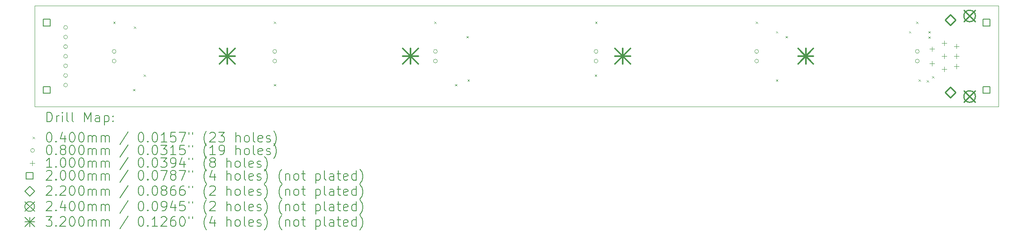
<source format=gbr>
%TF.GenerationSoftware,KiCad,Pcbnew,6.0.10*%
%TF.CreationDate,2023-01-30T14:27:04+03:00*%
%TF.ProjectId,sensors,73656e73-6f72-4732-9e6b-696361645f70,rev?*%
%TF.SameCoordinates,Original*%
%TF.FileFunction,Drillmap*%
%TF.FilePolarity,Positive*%
%FSLAX45Y45*%
G04 Gerber Fmt 4.5, Leading zero omitted, Abs format (unit mm)*
G04 Created by KiCad (PCBNEW 6.0.10) date 2023-01-30 14:27:04*
%MOMM*%
%LPD*%
G01*
G04 APERTURE LIST*
%ADD10C,0.100000*%
%ADD11C,0.200000*%
%ADD12C,0.040000*%
%ADD13C,0.080000*%
%ADD14C,0.220000*%
%ADD15C,0.240000*%
%ADD16C,0.320000*%
G04 APERTURE END LIST*
D10*
X2960000Y-4030000D02*
X22960000Y-4030000D01*
X22960000Y-4030000D02*
X22960000Y-6130000D01*
X22960000Y-6130000D02*
X2960000Y-6130000D01*
X2960000Y-6130000D02*
X2960000Y-4030000D01*
D11*
D12*
X4590000Y-4360000D02*
X4630000Y-4400000D01*
X4630000Y-4360000D02*
X4590000Y-4400000D01*
X5000000Y-5760000D02*
X5040000Y-5800000D01*
X5040000Y-5760000D02*
X5000000Y-5800000D01*
X5020000Y-4460000D02*
X5060000Y-4500000D01*
X5060000Y-4460000D02*
X5020000Y-4500000D01*
X5220000Y-5460000D02*
X5260000Y-5500000D01*
X5260000Y-5460000D02*
X5220000Y-5500000D01*
X7920000Y-4360000D02*
X7960000Y-4400000D01*
X7960000Y-4360000D02*
X7920000Y-4400000D01*
X7920000Y-5660000D02*
X7960000Y-5700000D01*
X7960000Y-5660000D02*
X7920000Y-5700000D01*
X11250000Y-4360000D02*
X11290000Y-4400000D01*
X11290000Y-4360000D02*
X11250000Y-4400000D01*
X11680000Y-5660000D02*
X11720000Y-5700000D01*
X11720000Y-5660000D02*
X11680000Y-5700000D01*
X11920000Y-4660000D02*
X11960000Y-4700000D01*
X11960000Y-4660000D02*
X11920000Y-4700000D01*
X11940000Y-5560000D02*
X11980000Y-5600000D01*
X11980000Y-5560000D02*
X11940000Y-5600000D01*
X14580000Y-5460000D02*
X14620000Y-5500000D01*
X14620000Y-5460000D02*
X14580000Y-5500000D01*
X14590000Y-4360000D02*
X14630000Y-4400000D01*
X14630000Y-4360000D02*
X14590000Y-4400000D01*
X17920000Y-4360000D02*
X17960000Y-4400000D01*
X17960000Y-4360000D02*
X17920000Y-4400000D01*
X18340000Y-4560000D02*
X18380000Y-4600000D01*
X18380000Y-4560000D02*
X18340000Y-4600000D01*
X18340000Y-5560000D02*
X18380000Y-5600000D01*
X18380000Y-5560000D02*
X18340000Y-5600000D01*
X18540000Y-4660000D02*
X18580000Y-4700000D01*
X18580000Y-4660000D02*
X18540000Y-4700000D01*
X21100000Y-4560000D02*
X21140000Y-4600000D01*
X21140000Y-4560000D02*
X21100000Y-4600000D01*
X21250000Y-4360000D02*
X21290000Y-4400000D01*
X21290000Y-4360000D02*
X21250000Y-4400000D01*
X21300000Y-5562450D02*
X21340000Y-5602450D01*
X21340000Y-5562450D02*
X21300000Y-5602450D01*
X21470000Y-5580000D02*
X21510000Y-5620000D01*
X21510000Y-5580000D02*
X21470000Y-5620000D01*
X21500000Y-4560000D02*
X21540000Y-4600000D01*
X21540000Y-4560000D02*
X21500000Y-4600000D01*
X21500000Y-4670000D02*
X21540000Y-4710000D01*
X21540000Y-4670000D02*
X21500000Y-4710000D01*
X21580000Y-5492450D02*
X21620000Y-5532450D01*
X21620000Y-5492450D02*
X21580000Y-5532450D01*
D13*
X3640000Y-4480000D02*
G75*
G03*
X3640000Y-4480000I-40000J0D01*
G01*
X3640000Y-4680000D02*
G75*
G03*
X3640000Y-4680000I-40000J0D01*
G01*
X3640000Y-4880000D02*
G75*
G03*
X3640000Y-4880000I-40000J0D01*
G01*
X3640000Y-5080000D02*
G75*
G03*
X3640000Y-5080000I-40000J0D01*
G01*
X3640000Y-5280000D02*
G75*
G03*
X3640000Y-5280000I-40000J0D01*
G01*
X3640000Y-5480000D02*
G75*
G03*
X3640000Y-5480000I-40000J0D01*
G01*
X3640000Y-5680000D02*
G75*
G03*
X3640000Y-5680000I-40000J0D01*
G01*
X4647000Y-4980000D02*
G75*
G03*
X4647000Y-4980000I-40000J0D01*
G01*
X4647000Y-5180000D02*
G75*
G03*
X4647000Y-5180000I-40000J0D01*
G01*
X7980000Y-4980000D02*
G75*
G03*
X7980000Y-4980000I-40000J0D01*
G01*
X7980000Y-5180000D02*
G75*
G03*
X7980000Y-5180000I-40000J0D01*
G01*
X11313000Y-4980000D02*
G75*
G03*
X11313000Y-4980000I-40000J0D01*
G01*
X11313000Y-5180000D02*
G75*
G03*
X11313000Y-5180000I-40000J0D01*
G01*
X14646000Y-4980000D02*
G75*
G03*
X14646000Y-4980000I-40000J0D01*
G01*
X14646000Y-5180000D02*
G75*
G03*
X14646000Y-5180000I-40000J0D01*
G01*
X17979000Y-4980000D02*
G75*
G03*
X17979000Y-4980000I-40000J0D01*
G01*
X17979000Y-5180000D02*
G75*
G03*
X17979000Y-5180000I-40000J0D01*
G01*
X21312000Y-4980000D02*
G75*
G03*
X21312000Y-4980000I-40000J0D01*
G01*
X21312000Y-5180000D02*
G75*
G03*
X21312000Y-5180000I-40000J0D01*
G01*
D10*
X21576000Y-4880140D02*
X21576000Y-4980140D01*
X21526000Y-4930140D02*
X21626000Y-4930140D01*
X21576000Y-5179860D02*
X21576000Y-5279860D01*
X21526000Y-5229860D02*
X21626000Y-5229860D01*
X21830000Y-4758220D02*
X21830000Y-4858220D01*
X21780000Y-4808220D02*
X21880000Y-4808220D01*
X21830000Y-5030000D02*
X21830000Y-5130000D01*
X21780000Y-5080000D02*
X21880000Y-5080000D01*
X21830000Y-5301780D02*
X21830000Y-5401780D01*
X21780000Y-5351780D02*
X21880000Y-5351780D01*
X22084000Y-4821720D02*
X22084000Y-4921720D01*
X22034000Y-4871720D02*
X22134000Y-4871720D01*
X22084000Y-5030000D02*
X22084000Y-5130000D01*
X22034000Y-5080000D02*
X22134000Y-5080000D01*
X22084000Y-5238280D02*
X22084000Y-5338280D01*
X22034000Y-5288280D02*
X22134000Y-5288280D01*
D11*
X3277711Y-4450711D02*
X3277711Y-4309289D01*
X3136289Y-4309289D01*
X3136289Y-4450711D01*
X3277711Y-4450711D01*
X3277711Y-5850711D02*
X3277711Y-5709289D01*
X3136289Y-5709289D01*
X3136289Y-5850711D01*
X3277711Y-5850711D01*
X22777711Y-4450711D02*
X22777711Y-4309289D01*
X22636289Y-4309289D01*
X22636289Y-4450711D01*
X22777711Y-4450711D01*
X22777711Y-5850711D02*
X22777711Y-5709289D01*
X22636289Y-5709289D01*
X22636289Y-5850711D01*
X22777711Y-5850711D01*
D14*
X21957000Y-4438160D02*
X22067000Y-4328160D01*
X21957000Y-4218160D01*
X21847000Y-4328160D01*
X21957000Y-4438160D01*
X21957000Y-5941840D02*
X22067000Y-5831840D01*
X21957000Y-5721840D01*
X21847000Y-5831840D01*
X21957000Y-5941840D01*
D15*
X22238320Y-4121800D02*
X22478320Y-4361800D01*
X22478320Y-4121800D02*
X22238320Y-4361800D01*
X22478320Y-4241800D02*
G75*
G03*
X22478320Y-4241800I-120000J0D01*
G01*
X22238320Y-5798200D02*
X22478320Y-6038200D01*
X22478320Y-5798200D02*
X22238320Y-6038200D01*
X22478320Y-5918200D02*
G75*
G03*
X22478320Y-5918200I-120000J0D01*
G01*
D16*
X6797000Y-4920000D02*
X7117000Y-5240000D01*
X7117000Y-4920000D02*
X6797000Y-5240000D01*
X6957000Y-4920000D02*
X6957000Y-5240000D01*
X6797000Y-5080000D02*
X7117000Y-5080000D01*
X10597000Y-4920000D02*
X10917000Y-5240000D01*
X10917000Y-4920000D02*
X10597000Y-5240000D01*
X10757000Y-4920000D02*
X10757000Y-5240000D01*
X10597000Y-5080000D02*
X10917000Y-5080000D01*
X14997000Y-4920000D02*
X15317000Y-5240000D01*
X15317000Y-4920000D02*
X14997000Y-5240000D01*
X15157000Y-4920000D02*
X15157000Y-5240000D01*
X14997000Y-5080000D02*
X15317000Y-5080000D01*
X18797000Y-4920000D02*
X19117000Y-5240000D01*
X19117000Y-4920000D02*
X18797000Y-5240000D01*
X18957000Y-4920000D02*
X18957000Y-5240000D01*
X18797000Y-5080000D02*
X19117000Y-5080000D01*
D11*
X3212619Y-6445476D02*
X3212619Y-6245476D01*
X3260238Y-6245476D01*
X3288809Y-6255000D01*
X3307857Y-6274048D01*
X3317381Y-6293095D01*
X3326905Y-6331190D01*
X3326905Y-6359762D01*
X3317381Y-6397857D01*
X3307857Y-6416905D01*
X3288809Y-6435952D01*
X3260238Y-6445476D01*
X3212619Y-6445476D01*
X3412619Y-6445476D02*
X3412619Y-6312143D01*
X3412619Y-6350238D02*
X3422143Y-6331190D01*
X3431667Y-6321667D01*
X3450714Y-6312143D01*
X3469762Y-6312143D01*
X3536428Y-6445476D02*
X3536428Y-6312143D01*
X3536428Y-6245476D02*
X3526905Y-6255000D01*
X3536428Y-6264524D01*
X3545952Y-6255000D01*
X3536428Y-6245476D01*
X3536428Y-6264524D01*
X3660238Y-6445476D02*
X3641190Y-6435952D01*
X3631667Y-6416905D01*
X3631667Y-6245476D01*
X3765000Y-6445476D02*
X3745952Y-6435952D01*
X3736428Y-6416905D01*
X3736428Y-6245476D01*
X3993571Y-6445476D02*
X3993571Y-6245476D01*
X4060238Y-6388333D01*
X4126905Y-6245476D01*
X4126905Y-6445476D01*
X4307857Y-6445476D02*
X4307857Y-6340714D01*
X4298333Y-6321667D01*
X4279286Y-6312143D01*
X4241190Y-6312143D01*
X4222143Y-6321667D01*
X4307857Y-6435952D02*
X4288810Y-6445476D01*
X4241190Y-6445476D01*
X4222143Y-6435952D01*
X4212619Y-6416905D01*
X4212619Y-6397857D01*
X4222143Y-6378809D01*
X4241190Y-6369286D01*
X4288810Y-6369286D01*
X4307857Y-6359762D01*
X4403095Y-6312143D02*
X4403095Y-6512143D01*
X4403095Y-6321667D02*
X4422143Y-6312143D01*
X4460238Y-6312143D01*
X4479286Y-6321667D01*
X4488810Y-6331190D01*
X4498333Y-6350238D01*
X4498333Y-6407381D01*
X4488810Y-6426428D01*
X4479286Y-6435952D01*
X4460238Y-6445476D01*
X4422143Y-6445476D01*
X4403095Y-6435952D01*
X4584048Y-6426428D02*
X4593571Y-6435952D01*
X4584048Y-6445476D01*
X4574524Y-6435952D01*
X4584048Y-6426428D01*
X4584048Y-6445476D01*
X4584048Y-6321667D02*
X4593571Y-6331190D01*
X4584048Y-6340714D01*
X4574524Y-6331190D01*
X4584048Y-6321667D01*
X4584048Y-6340714D01*
D12*
X2915000Y-6755000D02*
X2955000Y-6795000D01*
X2955000Y-6755000D02*
X2915000Y-6795000D01*
D11*
X3250714Y-6665476D02*
X3269762Y-6665476D01*
X3288809Y-6675000D01*
X3298333Y-6684524D01*
X3307857Y-6703571D01*
X3317381Y-6741667D01*
X3317381Y-6789286D01*
X3307857Y-6827381D01*
X3298333Y-6846428D01*
X3288809Y-6855952D01*
X3269762Y-6865476D01*
X3250714Y-6865476D01*
X3231667Y-6855952D01*
X3222143Y-6846428D01*
X3212619Y-6827381D01*
X3203095Y-6789286D01*
X3203095Y-6741667D01*
X3212619Y-6703571D01*
X3222143Y-6684524D01*
X3231667Y-6675000D01*
X3250714Y-6665476D01*
X3403095Y-6846428D02*
X3412619Y-6855952D01*
X3403095Y-6865476D01*
X3393571Y-6855952D01*
X3403095Y-6846428D01*
X3403095Y-6865476D01*
X3584048Y-6732143D02*
X3584048Y-6865476D01*
X3536428Y-6655952D02*
X3488809Y-6798809D01*
X3612619Y-6798809D01*
X3726905Y-6665476D02*
X3745952Y-6665476D01*
X3765000Y-6675000D01*
X3774524Y-6684524D01*
X3784048Y-6703571D01*
X3793571Y-6741667D01*
X3793571Y-6789286D01*
X3784048Y-6827381D01*
X3774524Y-6846428D01*
X3765000Y-6855952D01*
X3745952Y-6865476D01*
X3726905Y-6865476D01*
X3707857Y-6855952D01*
X3698333Y-6846428D01*
X3688809Y-6827381D01*
X3679286Y-6789286D01*
X3679286Y-6741667D01*
X3688809Y-6703571D01*
X3698333Y-6684524D01*
X3707857Y-6675000D01*
X3726905Y-6665476D01*
X3917381Y-6665476D02*
X3936428Y-6665476D01*
X3955476Y-6675000D01*
X3965000Y-6684524D01*
X3974524Y-6703571D01*
X3984048Y-6741667D01*
X3984048Y-6789286D01*
X3974524Y-6827381D01*
X3965000Y-6846428D01*
X3955476Y-6855952D01*
X3936428Y-6865476D01*
X3917381Y-6865476D01*
X3898333Y-6855952D01*
X3888809Y-6846428D01*
X3879286Y-6827381D01*
X3869762Y-6789286D01*
X3869762Y-6741667D01*
X3879286Y-6703571D01*
X3888809Y-6684524D01*
X3898333Y-6675000D01*
X3917381Y-6665476D01*
X4069762Y-6865476D02*
X4069762Y-6732143D01*
X4069762Y-6751190D02*
X4079286Y-6741667D01*
X4098333Y-6732143D01*
X4126905Y-6732143D01*
X4145952Y-6741667D01*
X4155476Y-6760714D01*
X4155476Y-6865476D01*
X4155476Y-6760714D02*
X4165000Y-6741667D01*
X4184048Y-6732143D01*
X4212619Y-6732143D01*
X4231667Y-6741667D01*
X4241190Y-6760714D01*
X4241190Y-6865476D01*
X4336429Y-6865476D02*
X4336429Y-6732143D01*
X4336429Y-6751190D02*
X4345952Y-6741667D01*
X4365000Y-6732143D01*
X4393571Y-6732143D01*
X4412619Y-6741667D01*
X4422143Y-6760714D01*
X4422143Y-6865476D01*
X4422143Y-6760714D02*
X4431667Y-6741667D01*
X4450714Y-6732143D01*
X4479286Y-6732143D01*
X4498333Y-6741667D01*
X4507857Y-6760714D01*
X4507857Y-6865476D01*
X4898333Y-6655952D02*
X4726905Y-6913095D01*
X5155476Y-6665476D02*
X5174524Y-6665476D01*
X5193571Y-6675000D01*
X5203095Y-6684524D01*
X5212619Y-6703571D01*
X5222143Y-6741667D01*
X5222143Y-6789286D01*
X5212619Y-6827381D01*
X5203095Y-6846428D01*
X5193571Y-6855952D01*
X5174524Y-6865476D01*
X5155476Y-6865476D01*
X5136429Y-6855952D01*
X5126905Y-6846428D01*
X5117381Y-6827381D01*
X5107857Y-6789286D01*
X5107857Y-6741667D01*
X5117381Y-6703571D01*
X5126905Y-6684524D01*
X5136429Y-6675000D01*
X5155476Y-6665476D01*
X5307857Y-6846428D02*
X5317381Y-6855952D01*
X5307857Y-6865476D01*
X5298333Y-6855952D01*
X5307857Y-6846428D01*
X5307857Y-6865476D01*
X5441190Y-6665476D02*
X5460238Y-6665476D01*
X5479286Y-6675000D01*
X5488810Y-6684524D01*
X5498333Y-6703571D01*
X5507857Y-6741667D01*
X5507857Y-6789286D01*
X5498333Y-6827381D01*
X5488810Y-6846428D01*
X5479286Y-6855952D01*
X5460238Y-6865476D01*
X5441190Y-6865476D01*
X5422143Y-6855952D01*
X5412619Y-6846428D01*
X5403095Y-6827381D01*
X5393571Y-6789286D01*
X5393571Y-6741667D01*
X5403095Y-6703571D01*
X5412619Y-6684524D01*
X5422143Y-6675000D01*
X5441190Y-6665476D01*
X5698333Y-6865476D02*
X5584048Y-6865476D01*
X5641190Y-6865476D02*
X5641190Y-6665476D01*
X5622143Y-6694048D01*
X5603095Y-6713095D01*
X5584048Y-6722619D01*
X5879286Y-6665476D02*
X5784048Y-6665476D01*
X5774524Y-6760714D01*
X5784048Y-6751190D01*
X5803095Y-6741667D01*
X5850714Y-6741667D01*
X5869762Y-6751190D01*
X5879286Y-6760714D01*
X5888809Y-6779762D01*
X5888809Y-6827381D01*
X5879286Y-6846428D01*
X5869762Y-6855952D01*
X5850714Y-6865476D01*
X5803095Y-6865476D01*
X5784048Y-6855952D01*
X5774524Y-6846428D01*
X5955476Y-6665476D02*
X6088809Y-6665476D01*
X6003095Y-6865476D01*
X6155476Y-6665476D02*
X6155476Y-6703571D01*
X6231667Y-6665476D02*
X6231667Y-6703571D01*
X6526905Y-6941667D02*
X6517381Y-6932143D01*
X6498333Y-6903571D01*
X6488809Y-6884524D01*
X6479286Y-6855952D01*
X6469762Y-6808333D01*
X6469762Y-6770238D01*
X6479286Y-6722619D01*
X6488809Y-6694048D01*
X6498333Y-6675000D01*
X6517381Y-6646428D01*
X6526905Y-6636905D01*
X6593571Y-6684524D02*
X6603095Y-6675000D01*
X6622143Y-6665476D01*
X6669762Y-6665476D01*
X6688809Y-6675000D01*
X6698333Y-6684524D01*
X6707857Y-6703571D01*
X6707857Y-6722619D01*
X6698333Y-6751190D01*
X6584048Y-6865476D01*
X6707857Y-6865476D01*
X6774524Y-6665476D02*
X6898333Y-6665476D01*
X6831667Y-6741667D01*
X6860238Y-6741667D01*
X6879286Y-6751190D01*
X6888809Y-6760714D01*
X6898333Y-6779762D01*
X6898333Y-6827381D01*
X6888809Y-6846428D01*
X6879286Y-6855952D01*
X6860238Y-6865476D01*
X6803095Y-6865476D01*
X6784048Y-6855952D01*
X6774524Y-6846428D01*
X7136428Y-6865476D02*
X7136428Y-6665476D01*
X7222143Y-6865476D02*
X7222143Y-6760714D01*
X7212619Y-6741667D01*
X7193571Y-6732143D01*
X7165000Y-6732143D01*
X7145952Y-6741667D01*
X7136428Y-6751190D01*
X7345952Y-6865476D02*
X7326905Y-6855952D01*
X7317381Y-6846428D01*
X7307857Y-6827381D01*
X7307857Y-6770238D01*
X7317381Y-6751190D01*
X7326905Y-6741667D01*
X7345952Y-6732143D01*
X7374524Y-6732143D01*
X7393571Y-6741667D01*
X7403095Y-6751190D01*
X7412619Y-6770238D01*
X7412619Y-6827381D01*
X7403095Y-6846428D01*
X7393571Y-6855952D01*
X7374524Y-6865476D01*
X7345952Y-6865476D01*
X7526905Y-6865476D02*
X7507857Y-6855952D01*
X7498333Y-6836905D01*
X7498333Y-6665476D01*
X7679286Y-6855952D02*
X7660238Y-6865476D01*
X7622143Y-6865476D01*
X7603095Y-6855952D01*
X7593571Y-6836905D01*
X7593571Y-6760714D01*
X7603095Y-6741667D01*
X7622143Y-6732143D01*
X7660238Y-6732143D01*
X7679286Y-6741667D01*
X7688809Y-6760714D01*
X7688809Y-6779762D01*
X7593571Y-6798809D01*
X7765000Y-6855952D02*
X7784048Y-6865476D01*
X7822143Y-6865476D01*
X7841190Y-6855952D01*
X7850714Y-6836905D01*
X7850714Y-6827381D01*
X7841190Y-6808333D01*
X7822143Y-6798809D01*
X7793571Y-6798809D01*
X7774524Y-6789286D01*
X7765000Y-6770238D01*
X7765000Y-6760714D01*
X7774524Y-6741667D01*
X7793571Y-6732143D01*
X7822143Y-6732143D01*
X7841190Y-6741667D01*
X7917381Y-6941667D02*
X7926905Y-6932143D01*
X7945952Y-6903571D01*
X7955476Y-6884524D01*
X7965000Y-6855952D01*
X7974524Y-6808333D01*
X7974524Y-6770238D01*
X7965000Y-6722619D01*
X7955476Y-6694048D01*
X7945952Y-6675000D01*
X7926905Y-6646428D01*
X7917381Y-6636905D01*
D13*
X2955000Y-7039000D02*
G75*
G03*
X2955000Y-7039000I-40000J0D01*
G01*
D11*
X3250714Y-6929476D02*
X3269762Y-6929476D01*
X3288809Y-6939000D01*
X3298333Y-6948524D01*
X3307857Y-6967571D01*
X3317381Y-7005667D01*
X3317381Y-7053286D01*
X3307857Y-7091381D01*
X3298333Y-7110428D01*
X3288809Y-7119952D01*
X3269762Y-7129476D01*
X3250714Y-7129476D01*
X3231667Y-7119952D01*
X3222143Y-7110428D01*
X3212619Y-7091381D01*
X3203095Y-7053286D01*
X3203095Y-7005667D01*
X3212619Y-6967571D01*
X3222143Y-6948524D01*
X3231667Y-6939000D01*
X3250714Y-6929476D01*
X3403095Y-7110428D02*
X3412619Y-7119952D01*
X3403095Y-7129476D01*
X3393571Y-7119952D01*
X3403095Y-7110428D01*
X3403095Y-7129476D01*
X3526905Y-7015190D02*
X3507857Y-7005667D01*
X3498333Y-6996143D01*
X3488809Y-6977095D01*
X3488809Y-6967571D01*
X3498333Y-6948524D01*
X3507857Y-6939000D01*
X3526905Y-6929476D01*
X3565000Y-6929476D01*
X3584048Y-6939000D01*
X3593571Y-6948524D01*
X3603095Y-6967571D01*
X3603095Y-6977095D01*
X3593571Y-6996143D01*
X3584048Y-7005667D01*
X3565000Y-7015190D01*
X3526905Y-7015190D01*
X3507857Y-7024714D01*
X3498333Y-7034238D01*
X3488809Y-7053286D01*
X3488809Y-7091381D01*
X3498333Y-7110428D01*
X3507857Y-7119952D01*
X3526905Y-7129476D01*
X3565000Y-7129476D01*
X3584048Y-7119952D01*
X3593571Y-7110428D01*
X3603095Y-7091381D01*
X3603095Y-7053286D01*
X3593571Y-7034238D01*
X3584048Y-7024714D01*
X3565000Y-7015190D01*
X3726905Y-6929476D02*
X3745952Y-6929476D01*
X3765000Y-6939000D01*
X3774524Y-6948524D01*
X3784048Y-6967571D01*
X3793571Y-7005667D01*
X3793571Y-7053286D01*
X3784048Y-7091381D01*
X3774524Y-7110428D01*
X3765000Y-7119952D01*
X3745952Y-7129476D01*
X3726905Y-7129476D01*
X3707857Y-7119952D01*
X3698333Y-7110428D01*
X3688809Y-7091381D01*
X3679286Y-7053286D01*
X3679286Y-7005667D01*
X3688809Y-6967571D01*
X3698333Y-6948524D01*
X3707857Y-6939000D01*
X3726905Y-6929476D01*
X3917381Y-6929476D02*
X3936428Y-6929476D01*
X3955476Y-6939000D01*
X3965000Y-6948524D01*
X3974524Y-6967571D01*
X3984048Y-7005667D01*
X3984048Y-7053286D01*
X3974524Y-7091381D01*
X3965000Y-7110428D01*
X3955476Y-7119952D01*
X3936428Y-7129476D01*
X3917381Y-7129476D01*
X3898333Y-7119952D01*
X3888809Y-7110428D01*
X3879286Y-7091381D01*
X3869762Y-7053286D01*
X3869762Y-7005667D01*
X3879286Y-6967571D01*
X3888809Y-6948524D01*
X3898333Y-6939000D01*
X3917381Y-6929476D01*
X4069762Y-7129476D02*
X4069762Y-6996143D01*
X4069762Y-7015190D02*
X4079286Y-7005667D01*
X4098333Y-6996143D01*
X4126905Y-6996143D01*
X4145952Y-7005667D01*
X4155476Y-7024714D01*
X4155476Y-7129476D01*
X4155476Y-7024714D02*
X4165000Y-7005667D01*
X4184048Y-6996143D01*
X4212619Y-6996143D01*
X4231667Y-7005667D01*
X4241190Y-7024714D01*
X4241190Y-7129476D01*
X4336429Y-7129476D02*
X4336429Y-6996143D01*
X4336429Y-7015190D02*
X4345952Y-7005667D01*
X4365000Y-6996143D01*
X4393571Y-6996143D01*
X4412619Y-7005667D01*
X4422143Y-7024714D01*
X4422143Y-7129476D01*
X4422143Y-7024714D02*
X4431667Y-7005667D01*
X4450714Y-6996143D01*
X4479286Y-6996143D01*
X4498333Y-7005667D01*
X4507857Y-7024714D01*
X4507857Y-7129476D01*
X4898333Y-6919952D02*
X4726905Y-7177095D01*
X5155476Y-6929476D02*
X5174524Y-6929476D01*
X5193571Y-6939000D01*
X5203095Y-6948524D01*
X5212619Y-6967571D01*
X5222143Y-7005667D01*
X5222143Y-7053286D01*
X5212619Y-7091381D01*
X5203095Y-7110428D01*
X5193571Y-7119952D01*
X5174524Y-7129476D01*
X5155476Y-7129476D01*
X5136429Y-7119952D01*
X5126905Y-7110428D01*
X5117381Y-7091381D01*
X5107857Y-7053286D01*
X5107857Y-7005667D01*
X5117381Y-6967571D01*
X5126905Y-6948524D01*
X5136429Y-6939000D01*
X5155476Y-6929476D01*
X5307857Y-7110428D02*
X5317381Y-7119952D01*
X5307857Y-7129476D01*
X5298333Y-7119952D01*
X5307857Y-7110428D01*
X5307857Y-7129476D01*
X5441190Y-6929476D02*
X5460238Y-6929476D01*
X5479286Y-6939000D01*
X5488810Y-6948524D01*
X5498333Y-6967571D01*
X5507857Y-7005667D01*
X5507857Y-7053286D01*
X5498333Y-7091381D01*
X5488810Y-7110428D01*
X5479286Y-7119952D01*
X5460238Y-7129476D01*
X5441190Y-7129476D01*
X5422143Y-7119952D01*
X5412619Y-7110428D01*
X5403095Y-7091381D01*
X5393571Y-7053286D01*
X5393571Y-7005667D01*
X5403095Y-6967571D01*
X5412619Y-6948524D01*
X5422143Y-6939000D01*
X5441190Y-6929476D01*
X5574524Y-6929476D02*
X5698333Y-6929476D01*
X5631667Y-7005667D01*
X5660238Y-7005667D01*
X5679286Y-7015190D01*
X5688809Y-7024714D01*
X5698333Y-7043762D01*
X5698333Y-7091381D01*
X5688809Y-7110428D01*
X5679286Y-7119952D01*
X5660238Y-7129476D01*
X5603095Y-7129476D01*
X5584048Y-7119952D01*
X5574524Y-7110428D01*
X5888809Y-7129476D02*
X5774524Y-7129476D01*
X5831667Y-7129476D02*
X5831667Y-6929476D01*
X5812619Y-6958048D01*
X5793571Y-6977095D01*
X5774524Y-6986619D01*
X6069762Y-6929476D02*
X5974524Y-6929476D01*
X5965000Y-7024714D01*
X5974524Y-7015190D01*
X5993571Y-7005667D01*
X6041190Y-7005667D01*
X6060238Y-7015190D01*
X6069762Y-7024714D01*
X6079286Y-7043762D01*
X6079286Y-7091381D01*
X6069762Y-7110428D01*
X6060238Y-7119952D01*
X6041190Y-7129476D01*
X5993571Y-7129476D01*
X5974524Y-7119952D01*
X5965000Y-7110428D01*
X6155476Y-6929476D02*
X6155476Y-6967571D01*
X6231667Y-6929476D02*
X6231667Y-6967571D01*
X6526905Y-7205667D02*
X6517381Y-7196143D01*
X6498333Y-7167571D01*
X6488809Y-7148524D01*
X6479286Y-7119952D01*
X6469762Y-7072333D01*
X6469762Y-7034238D01*
X6479286Y-6986619D01*
X6488809Y-6958048D01*
X6498333Y-6939000D01*
X6517381Y-6910428D01*
X6526905Y-6900905D01*
X6707857Y-7129476D02*
X6593571Y-7129476D01*
X6650714Y-7129476D02*
X6650714Y-6929476D01*
X6631667Y-6958048D01*
X6612619Y-6977095D01*
X6593571Y-6986619D01*
X6803095Y-7129476D02*
X6841190Y-7129476D01*
X6860238Y-7119952D01*
X6869762Y-7110428D01*
X6888809Y-7081857D01*
X6898333Y-7043762D01*
X6898333Y-6967571D01*
X6888809Y-6948524D01*
X6879286Y-6939000D01*
X6860238Y-6929476D01*
X6822143Y-6929476D01*
X6803095Y-6939000D01*
X6793571Y-6948524D01*
X6784048Y-6967571D01*
X6784048Y-7015190D01*
X6793571Y-7034238D01*
X6803095Y-7043762D01*
X6822143Y-7053286D01*
X6860238Y-7053286D01*
X6879286Y-7043762D01*
X6888809Y-7034238D01*
X6898333Y-7015190D01*
X7136428Y-7129476D02*
X7136428Y-6929476D01*
X7222143Y-7129476D02*
X7222143Y-7024714D01*
X7212619Y-7005667D01*
X7193571Y-6996143D01*
X7165000Y-6996143D01*
X7145952Y-7005667D01*
X7136428Y-7015190D01*
X7345952Y-7129476D02*
X7326905Y-7119952D01*
X7317381Y-7110428D01*
X7307857Y-7091381D01*
X7307857Y-7034238D01*
X7317381Y-7015190D01*
X7326905Y-7005667D01*
X7345952Y-6996143D01*
X7374524Y-6996143D01*
X7393571Y-7005667D01*
X7403095Y-7015190D01*
X7412619Y-7034238D01*
X7412619Y-7091381D01*
X7403095Y-7110428D01*
X7393571Y-7119952D01*
X7374524Y-7129476D01*
X7345952Y-7129476D01*
X7526905Y-7129476D02*
X7507857Y-7119952D01*
X7498333Y-7100905D01*
X7498333Y-6929476D01*
X7679286Y-7119952D02*
X7660238Y-7129476D01*
X7622143Y-7129476D01*
X7603095Y-7119952D01*
X7593571Y-7100905D01*
X7593571Y-7024714D01*
X7603095Y-7005667D01*
X7622143Y-6996143D01*
X7660238Y-6996143D01*
X7679286Y-7005667D01*
X7688809Y-7024714D01*
X7688809Y-7043762D01*
X7593571Y-7062809D01*
X7765000Y-7119952D02*
X7784048Y-7129476D01*
X7822143Y-7129476D01*
X7841190Y-7119952D01*
X7850714Y-7100905D01*
X7850714Y-7091381D01*
X7841190Y-7072333D01*
X7822143Y-7062809D01*
X7793571Y-7062809D01*
X7774524Y-7053286D01*
X7765000Y-7034238D01*
X7765000Y-7024714D01*
X7774524Y-7005667D01*
X7793571Y-6996143D01*
X7822143Y-6996143D01*
X7841190Y-7005667D01*
X7917381Y-7205667D02*
X7926905Y-7196143D01*
X7945952Y-7167571D01*
X7955476Y-7148524D01*
X7965000Y-7119952D01*
X7974524Y-7072333D01*
X7974524Y-7034238D01*
X7965000Y-6986619D01*
X7955476Y-6958048D01*
X7945952Y-6939000D01*
X7926905Y-6910428D01*
X7917381Y-6900905D01*
D10*
X2905000Y-7253000D02*
X2905000Y-7353000D01*
X2855000Y-7303000D02*
X2955000Y-7303000D01*
D11*
X3317381Y-7393476D02*
X3203095Y-7393476D01*
X3260238Y-7393476D02*
X3260238Y-7193476D01*
X3241190Y-7222048D01*
X3222143Y-7241095D01*
X3203095Y-7250619D01*
X3403095Y-7374428D02*
X3412619Y-7383952D01*
X3403095Y-7393476D01*
X3393571Y-7383952D01*
X3403095Y-7374428D01*
X3403095Y-7393476D01*
X3536428Y-7193476D02*
X3555476Y-7193476D01*
X3574524Y-7203000D01*
X3584048Y-7212524D01*
X3593571Y-7231571D01*
X3603095Y-7269667D01*
X3603095Y-7317286D01*
X3593571Y-7355381D01*
X3584048Y-7374428D01*
X3574524Y-7383952D01*
X3555476Y-7393476D01*
X3536428Y-7393476D01*
X3517381Y-7383952D01*
X3507857Y-7374428D01*
X3498333Y-7355381D01*
X3488809Y-7317286D01*
X3488809Y-7269667D01*
X3498333Y-7231571D01*
X3507857Y-7212524D01*
X3517381Y-7203000D01*
X3536428Y-7193476D01*
X3726905Y-7193476D02*
X3745952Y-7193476D01*
X3765000Y-7203000D01*
X3774524Y-7212524D01*
X3784048Y-7231571D01*
X3793571Y-7269667D01*
X3793571Y-7317286D01*
X3784048Y-7355381D01*
X3774524Y-7374428D01*
X3765000Y-7383952D01*
X3745952Y-7393476D01*
X3726905Y-7393476D01*
X3707857Y-7383952D01*
X3698333Y-7374428D01*
X3688809Y-7355381D01*
X3679286Y-7317286D01*
X3679286Y-7269667D01*
X3688809Y-7231571D01*
X3698333Y-7212524D01*
X3707857Y-7203000D01*
X3726905Y-7193476D01*
X3917381Y-7193476D02*
X3936428Y-7193476D01*
X3955476Y-7203000D01*
X3965000Y-7212524D01*
X3974524Y-7231571D01*
X3984048Y-7269667D01*
X3984048Y-7317286D01*
X3974524Y-7355381D01*
X3965000Y-7374428D01*
X3955476Y-7383952D01*
X3936428Y-7393476D01*
X3917381Y-7393476D01*
X3898333Y-7383952D01*
X3888809Y-7374428D01*
X3879286Y-7355381D01*
X3869762Y-7317286D01*
X3869762Y-7269667D01*
X3879286Y-7231571D01*
X3888809Y-7212524D01*
X3898333Y-7203000D01*
X3917381Y-7193476D01*
X4069762Y-7393476D02*
X4069762Y-7260143D01*
X4069762Y-7279190D02*
X4079286Y-7269667D01*
X4098333Y-7260143D01*
X4126905Y-7260143D01*
X4145952Y-7269667D01*
X4155476Y-7288714D01*
X4155476Y-7393476D01*
X4155476Y-7288714D02*
X4165000Y-7269667D01*
X4184048Y-7260143D01*
X4212619Y-7260143D01*
X4231667Y-7269667D01*
X4241190Y-7288714D01*
X4241190Y-7393476D01*
X4336429Y-7393476D02*
X4336429Y-7260143D01*
X4336429Y-7279190D02*
X4345952Y-7269667D01*
X4365000Y-7260143D01*
X4393571Y-7260143D01*
X4412619Y-7269667D01*
X4422143Y-7288714D01*
X4422143Y-7393476D01*
X4422143Y-7288714D02*
X4431667Y-7269667D01*
X4450714Y-7260143D01*
X4479286Y-7260143D01*
X4498333Y-7269667D01*
X4507857Y-7288714D01*
X4507857Y-7393476D01*
X4898333Y-7183952D02*
X4726905Y-7441095D01*
X5155476Y-7193476D02*
X5174524Y-7193476D01*
X5193571Y-7203000D01*
X5203095Y-7212524D01*
X5212619Y-7231571D01*
X5222143Y-7269667D01*
X5222143Y-7317286D01*
X5212619Y-7355381D01*
X5203095Y-7374428D01*
X5193571Y-7383952D01*
X5174524Y-7393476D01*
X5155476Y-7393476D01*
X5136429Y-7383952D01*
X5126905Y-7374428D01*
X5117381Y-7355381D01*
X5107857Y-7317286D01*
X5107857Y-7269667D01*
X5117381Y-7231571D01*
X5126905Y-7212524D01*
X5136429Y-7203000D01*
X5155476Y-7193476D01*
X5307857Y-7374428D02*
X5317381Y-7383952D01*
X5307857Y-7393476D01*
X5298333Y-7383952D01*
X5307857Y-7374428D01*
X5307857Y-7393476D01*
X5441190Y-7193476D02*
X5460238Y-7193476D01*
X5479286Y-7203000D01*
X5488810Y-7212524D01*
X5498333Y-7231571D01*
X5507857Y-7269667D01*
X5507857Y-7317286D01*
X5498333Y-7355381D01*
X5488810Y-7374428D01*
X5479286Y-7383952D01*
X5460238Y-7393476D01*
X5441190Y-7393476D01*
X5422143Y-7383952D01*
X5412619Y-7374428D01*
X5403095Y-7355381D01*
X5393571Y-7317286D01*
X5393571Y-7269667D01*
X5403095Y-7231571D01*
X5412619Y-7212524D01*
X5422143Y-7203000D01*
X5441190Y-7193476D01*
X5574524Y-7193476D02*
X5698333Y-7193476D01*
X5631667Y-7269667D01*
X5660238Y-7269667D01*
X5679286Y-7279190D01*
X5688809Y-7288714D01*
X5698333Y-7307762D01*
X5698333Y-7355381D01*
X5688809Y-7374428D01*
X5679286Y-7383952D01*
X5660238Y-7393476D01*
X5603095Y-7393476D01*
X5584048Y-7383952D01*
X5574524Y-7374428D01*
X5793571Y-7393476D02*
X5831667Y-7393476D01*
X5850714Y-7383952D01*
X5860238Y-7374428D01*
X5879286Y-7345857D01*
X5888809Y-7307762D01*
X5888809Y-7231571D01*
X5879286Y-7212524D01*
X5869762Y-7203000D01*
X5850714Y-7193476D01*
X5812619Y-7193476D01*
X5793571Y-7203000D01*
X5784048Y-7212524D01*
X5774524Y-7231571D01*
X5774524Y-7279190D01*
X5784048Y-7298238D01*
X5793571Y-7307762D01*
X5812619Y-7317286D01*
X5850714Y-7317286D01*
X5869762Y-7307762D01*
X5879286Y-7298238D01*
X5888809Y-7279190D01*
X6060238Y-7260143D02*
X6060238Y-7393476D01*
X6012619Y-7183952D02*
X5965000Y-7326809D01*
X6088809Y-7326809D01*
X6155476Y-7193476D02*
X6155476Y-7231571D01*
X6231667Y-7193476D02*
X6231667Y-7231571D01*
X6526905Y-7469667D02*
X6517381Y-7460143D01*
X6498333Y-7431571D01*
X6488809Y-7412524D01*
X6479286Y-7383952D01*
X6469762Y-7336333D01*
X6469762Y-7298238D01*
X6479286Y-7250619D01*
X6488809Y-7222048D01*
X6498333Y-7203000D01*
X6517381Y-7174428D01*
X6526905Y-7164905D01*
X6631667Y-7279190D02*
X6612619Y-7269667D01*
X6603095Y-7260143D01*
X6593571Y-7241095D01*
X6593571Y-7231571D01*
X6603095Y-7212524D01*
X6612619Y-7203000D01*
X6631667Y-7193476D01*
X6669762Y-7193476D01*
X6688809Y-7203000D01*
X6698333Y-7212524D01*
X6707857Y-7231571D01*
X6707857Y-7241095D01*
X6698333Y-7260143D01*
X6688809Y-7269667D01*
X6669762Y-7279190D01*
X6631667Y-7279190D01*
X6612619Y-7288714D01*
X6603095Y-7298238D01*
X6593571Y-7317286D01*
X6593571Y-7355381D01*
X6603095Y-7374428D01*
X6612619Y-7383952D01*
X6631667Y-7393476D01*
X6669762Y-7393476D01*
X6688809Y-7383952D01*
X6698333Y-7374428D01*
X6707857Y-7355381D01*
X6707857Y-7317286D01*
X6698333Y-7298238D01*
X6688809Y-7288714D01*
X6669762Y-7279190D01*
X6945952Y-7393476D02*
X6945952Y-7193476D01*
X7031667Y-7393476D02*
X7031667Y-7288714D01*
X7022143Y-7269667D01*
X7003095Y-7260143D01*
X6974524Y-7260143D01*
X6955476Y-7269667D01*
X6945952Y-7279190D01*
X7155476Y-7393476D02*
X7136428Y-7383952D01*
X7126905Y-7374428D01*
X7117381Y-7355381D01*
X7117381Y-7298238D01*
X7126905Y-7279190D01*
X7136428Y-7269667D01*
X7155476Y-7260143D01*
X7184048Y-7260143D01*
X7203095Y-7269667D01*
X7212619Y-7279190D01*
X7222143Y-7298238D01*
X7222143Y-7355381D01*
X7212619Y-7374428D01*
X7203095Y-7383952D01*
X7184048Y-7393476D01*
X7155476Y-7393476D01*
X7336428Y-7393476D02*
X7317381Y-7383952D01*
X7307857Y-7364905D01*
X7307857Y-7193476D01*
X7488809Y-7383952D02*
X7469762Y-7393476D01*
X7431667Y-7393476D01*
X7412619Y-7383952D01*
X7403095Y-7364905D01*
X7403095Y-7288714D01*
X7412619Y-7269667D01*
X7431667Y-7260143D01*
X7469762Y-7260143D01*
X7488809Y-7269667D01*
X7498333Y-7288714D01*
X7498333Y-7307762D01*
X7403095Y-7326809D01*
X7574524Y-7383952D02*
X7593571Y-7393476D01*
X7631667Y-7393476D01*
X7650714Y-7383952D01*
X7660238Y-7364905D01*
X7660238Y-7355381D01*
X7650714Y-7336333D01*
X7631667Y-7326809D01*
X7603095Y-7326809D01*
X7584048Y-7317286D01*
X7574524Y-7298238D01*
X7574524Y-7288714D01*
X7584048Y-7269667D01*
X7603095Y-7260143D01*
X7631667Y-7260143D01*
X7650714Y-7269667D01*
X7726905Y-7469667D02*
X7736428Y-7460143D01*
X7755476Y-7431571D01*
X7765000Y-7412524D01*
X7774524Y-7383952D01*
X7784048Y-7336333D01*
X7784048Y-7298238D01*
X7774524Y-7250619D01*
X7765000Y-7222048D01*
X7755476Y-7203000D01*
X7736428Y-7174428D01*
X7726905Y-7164905D01*
X2925711Y-7637711D02*
X2925711Y-7496289D01*
X2784289Y-7496289D01*
X2784289Y-7637711D01*
X2925711Y-7637711D01*
X3203095Y-7476524D02*
X3212619Y-7467000D01*
X3231667Y-7457476D01*
X3279286Y-7457476D01*
X3298333Y-7467000D01*
X3307857Y-7476524D01*
X3317381Y-7495571D01*
X3317381Y-7514619D01*
X3307857Y-7543190D01*
X3193571Y-7657476D01*
X3317381Y-7657476D01*
X3403095Y-7638428D02*
X3412619Y-7647952D01*
X3403095Y-7657476D01*
X3393571Y-7647952D01*
X3403095Y-7638428D01*
X3403095Y-7657476D01*
X3536428Y-7457476D02*
X3555476Y-7457476D01*
X3574524Y-7467000D01*
X3584048Y-7476524D01*
X3593571Y-7495571D01*
X3603095Y-7533667D01*
X3603095Y-7581286D01*
X3593571Y-7619381D01*
X3584048Y-7638428D01*
X3574524Y-7647952D01*
X3555476Y-7657476D01*
X3536428Y-7657476D01*
X3517381Y-7647952D01*
X3507857Y-7638428D01*
X3498333Y-7619381D01*
X3488809Y-7581286D01*
X3488809Y-7533667D01*
X3498333Y-7495571D01*
X3507857Y-7476524D01*
X3517381Y-7467000D01*
X3536428Y-7457476D01*
X3726905Y-7457476D02*
X3745952Y-7457476D01*
X3765000Y-7467000D01*
X3774524Y-7476524D01*
X3784048Y-7495571D01*
X3793571Y-7533667D01*
X3793571Y-7581286D01*
X3784048Y-7619381D01*
X3774524Y-7638428D01*
X3765000Y-7647952D01*
X3745952Y-7657476D01*
X3726905Y-7657476D01*
X3707857Y-7647952D01*
X3698333Y-7638428D01*
X3688809Y-7619381D01*
X3679286Y-7581286D01*
X3679286Y-7533667D01*
X3688809Y-7495571D01*
X3698333Y-7476524D01*
X3707857Y-7467000D01*
X3726905Y-7457476D01*
X3917381Y-7457476D02*
X3936428Y-7457476D01*
X3955476Y-7467000D01*
X3965000Y-7476524D01*
X3974524Y-7495571D01*
X3984048Y-7533667D01*
X3984048Y-7581286D01*
X3974524Y-7619381D01*
X3965000Y-7638428D01*
X3955476Y-7647952D01*
X3936428Y-7657476D01*
X3917381Y-7657476D01*
X3898333Y-7647952D01*
X3888809Y-7638428D01*
X3879286Y-7619381D01*
X3869762Y-7581286D01*
X3869762Y-7533667D01*
X3879286Y-7495571D01*
X3888809Y-7476524D01*
X3898333Y-7467000D01*
X3917381Y-7457476D01*
X4069762Y-7657476D02*
X4069762Y-7524143D01*
X4069762Y-7543190D02*
X4079286Y-7533667D01*
X4098333Y-7524143D01*
X4126905Y-7524143D01*
X4145952Y-7533667D01*
X4155476Y-7552714D01*
X4155476Y-7657476D01*
X4155476Y-7552714D02*
X4165000Y-7533667D01*
X4184048Y-7524143D01*
X4212619Y-7524143D01*
X4231667Y-7533667D01*
X4241190Y-7552714D01*
X4241190Y-7657476D01*
X4336429Y-7657476D02*
X4336429Y-7524143D01*
X4336429Y-7543190D02*
X4345952Y-7533667D01*
X4365000Y-7524143D01*
X4393571Y-7524143D01*
X4412619Y-7533667D01*
X4422143Y-7552714D01*
X4422143Y-7657476D01*
X4422143Y-7552714D02*
X4431667Y-7533667D01*
X4450714Y-7524143D01*
X4479286Y-7524143D01*
X4498333Y-7533667D01*
X4507857Y-7552714D01*
X4507857Y-7657476D01*
X4898333Y-7447952D02*
X4726905Y-7705095D01*
X5155476Y-7457476D02*
X5174524Y-7457476D01*
X5193571Y-7467000D01*
X5203095Y-7476524D01*
X5212619Y-7495571D01*
X5222143Y-7533667D01*
X5222143Y-7581286D01*
X5212619Y-7619381D01*
X5203095Y-7638428D01*
X5193571Y-7647952D01*
X5174524Y-7657476D01*
X5155476Y-7657476D01*
X5136429Y-7647952D01*
X5126905Y-7638428D01*
X5117381Y-7619381D01*
X5107857Y-7581286D01*
X5107857Y-7533667D01*
X5117381Y-7495571D01*
X5126905Y-7476524D01*
X5136429Y-7467000D01*
X5155476Y-7457476D01*
X5307857Y-7638428D02*
X5317381Y-7647952D01*
X5307857Y-7657476D01*
X5298333Y-7647952D01*
X5307857Y-7638428D01*
X5307857Y-7657476D01*
X5441190Y-7457476D02*
X5460238Y-7457476D01*
X5479286Y-7467000D01*
X5488810Y-7476524D01*
X5498333Y-7495571D01*
X5507857Y-7533667D01*
X5507857Y-7581286D01*
X5498333Y-7619381D01*
X5488810Y-7638428D01*
X5479286Y-7647952D01*
X5460238Y-7657476D01*
X5441190Y-7657476D01*
X5422143Y-7647952D01*
X5412619Y-7638428D01*
X5403095Y-7619381D01*
X5393571Y-7581286D01*
X5393571Y-7533667D01*
X5403095Y-7495571D01*
X5412619Y-7476524D01*
X5422143Y-7467000D01*
X5441190Y-7457476D01*
X5574524Y-7457476D02*
X5707857Y-7457476D01*
X5622143Y-7657476D01*
X5812619Y-7543190D02*
X5793571Y-7533667D01*
X5784048Y-7524143D01*
X5774524Y-7505095D01*
X5774524Y-7495571D01*
X5784048Y-7476524D01*
X5793571Y-7467000D01*
X5812619Y-7457476D01*
X5850714Y-7457476D01*
X5869762Y-7467000D01*
X5879286Y-7476524D01*
X5888809Y-7495571D01*
X5888809Y-7505095D01*
X5879286Y-7524143D01*
X5869762Y-7533667D01*
X5850714Y-7543190D01*
X5812619Y-7543190D01*
X5793571Y-7552714D01*
X5784048Y-7562238D01*
X5774524Y-7581286D01*
X5774524Y-7619381D01*
X5784048Y-7638428D01*
X5793571Y-7647952D01*
X5812619Y-7657476D01*
X5850714Y-7657476D01*
X5869762Y-7647952D01*
X5879286Y-7638428D01*
X5888809Y-7619381D01*
X5888809Y-7581286D01*
X5879286Y-7562238D01*
X5869762Y-7552714D01*
X5850714Y-7543190D01*
X5955476Y-7457476D02*
X6088809Y-7457476D01*
X6003095Y-7657476D01*
X6155476Y-7457476D02*
X6155476Y-7495571D01*
X6231667Y-7457476D02*
X6231667Y-7495571D01*
X6526905Y-7733667D02*
X6517381Y-7724143D01*
X6498333Y-7695571D01*
X6488809Y-7676524D01*
X6479286Y-7647952D01*
X6469762Y-7600333D01*
X6469762Y-7562238D01*
X6479286Y-7514619D01*
X6488809Y-7486048D01*
X6498333Y-7467000D01*
X6517381Y-7438428D01*
X6526905Y-7428905D01*
X6688809Y-7524143D02*
X6688809Y-7657476D01*
X6641190Y-7447952D02*
X6593571Y-7590809D01*
X6717381Y-7590809D01*
X6945952Y-7657476D02*
X6945952Y-7457476D01*
X7031667Y-7657476D02*
X7031667Y-7552714D01*
X7022143Y-7533667D01*
X7003095Y-7524143D01*
X6974524Y-7524143D01*
X6955476Y-7533667D01*
X6945952Y-7543190D01*
X7155476Y-7657476D02*
X7136428Y-7647952D01*
X7126905Y-7638428D01*
X7117381Y-7619381D01*
X7117381Y-7562238D01*
X7126905Y-7543190D01*
X7136428Y-7533667D01*
X7155476Y-7524143D01*
X7184048Y-7524143D01*
X7203095Y-7533667D01*
X7212619Y-7543190D01*
X7222143Y-7562238D01*
X7222143Y-7619381D01*
X7212619Y-7638428D01*
X7203095Y-7647952D01*
X7184048Y-7657476D01*
X7155476Y-7657476D01*
X7336428Y-7657476D02*
X7317381Y-7647952D01*
X7307857Y-7628905D01*
X7307857Y-7457476D01*
X7488809Y-7647952D02*
X7469762Y-7657476D01*
X7431667Y-7657476D01*
X7412619Y-7647952D01*
X7403095Y-7628905D01*
X7403095Y-7552714D01*
X7412619Y-7533667D01*
X7431667Y-7524143D01*
X7469762Y-7524143D01*
X7488809Y-7533667D01*
X7498333Y-7552714D01*
X7498333Y-7571762D01*
X7403095Y-7590809D01*
X7574524Y-7647952D02*
X7593571Y-7657476D01*
X7631667Y-7657476D01*
X7650714Y-7647952D01*
X7660238Y-7628905D01*
X7660238Y-7619381D01*
X7650714Y-7600333D01*
X7631667Y-7590809D01*
X7603095Y-7590809D01*
X7584048Y-7581286D01*
X7574524Y-7562238D01*
X7574524Y-7552714D01*
X7584048Y-7533667D01*
X7603095Y-7524143D01*
X7631667Y-7524143D01*
X7650714Y-7533667D01*
X7726905Y-7733667D02*
X7736428Y-7724143D01*
X7755476Y-7695571D01*
X7765000Y-7676524D01*
X7774524Y-7647952D01*
X7784048Y-7600333D01*
X7784048Y-7562238D01*
X7774524Y-7514619D01*
X7765000Y-7486048D01*
X7755476Y-7467000D01*
X7736428Y-7438428D01*
X7726905Y-7428905D01*
X8088809Y-7733667D02*
X8079286Y-7724143D01*
X8060238Y-7695571D01*
X8050714Y-7676524D01*
X8041190Y-7647952D01*
X8031667Y-7600333D01*
X8031667Y-7562238D01*
X8041190Y-7514619D01*
X8050714Y-7486048D01*
X8060238Y-7467000D01*
X8079286Y-7438428D01*
X8088809Y-7428905D01*
X8165000Y-7524143D02*
X8165000Y-7657476D01*
X8165000Y-7543190D02*
X8174524Y-7533667D01*
X8193571Y-7524143D01*
X8222143Y-7524143D01*
X8241190Y-7533667D01*
X8250714Y-7552714D01*
X8250714Y-7657476D01*
X8374524Y-7657476D02*
X8355476Y-7647952D01*
X8345952Y-7638428D01*
X8336428Y-7619381D01*
X8336428Y-7562238D01*
X8345952Y-7543190D01*
X8355476Y-7533667D01*
X8374524Y-7524143D01*
X8403095Y-7524143D01*
X8422143Y-7533667D01*
X8431667Y-7543190D01*
X8441190Y-7562238D01*
X8441190Y-7619381D01*
X8431667Y-7638428D01*
X8422143Y-7647952D01*
X8403095Y-7657476D01*
X8374524Y-7657476D01*
X8498333Y-7524143D02*
X8574524Y-7524143D01*
X8526905Y-7457476D02*
X8526905Y-7628905D01*
X8536429Y-7647952D01*
X8555476Y-7657476D01*
X8574524Y-7657476D01*
X8793571Y-7524143D02*
X8793571Y-7724143D01*
X8793571Y-7533667D02*
X8812619Y-7524143D01*
X8850714Y-7524143D01*
X8869762Y-7533667D01*
X8879286Y-7543190D01*
X8888810Y-7562238D01*
X8888810Y-7619381D01*
X8879286Y-7638428D01*
X8869762Y-7647952D01*
X8850714Y-7657476D01*
X8812619Y-7657476D01*
X8793571Y-7647952D01*
X9003095Y-7657476D02*
X8984048Y-7647952D01*
X8974524Y-7628905D01*
X8974524Y-7457476D01*
X9165000Y-7657476D02*
X9165000Y-7552714D01*
X9155476Y-7533667D01*
X9136429Y-7524143D01*
X9098333Y-7524143D01*
X9079286Y-7533667D01*
X9165000Y-7647952D02*
X9145952Y-7657476D01*
X9098333Y-7657476D01*
X9079286Y-7647952D01*
X9069762Y-7628905D01*
X9069762Y-7609857D01*
X9079286Y-7590809D01*
X9098333Y-7581286D01*
X9145952Y-7581286D01*
X9165000Y-7571762D01*
X9231667Y-7524143D02*
X9307857Y-7524143D01*
X9260238Y-7457476D02*
X9260238Y-7628905D01*
X9269762Y-7647952D01*
X9288810Y-7657476D01*
X9307857Y-7657476D01*
X9450714Y-7647952D02*
X9431667Y-7657476D01*
X9393571Y-7657476D01*
X9374524Y-7647952D01*
X9365000Y-7628905D01*
X9365000Y-7552714D01*
X9374524Y-7533667D01*
X9393571Y-7524143D01*
X9431667Y-7524143D01*
X9450714Y-7533667D01*
X9460238Y-7552714D01*
X9460238Y-7571762D01*
X9365000Y-7590809D01*
X9631667Y-7657476D02*
X9631667Y-7457476D01*
X9631667Y-7647952D02*
X9612619Y-7657476D01*
X9574524Y-7657476D01*
X9555476Y-7647952D01*
X9545952Y-7638428D01*
X9536429Y-7619381D01*
X9536429Y-7562238D01*
X9545952Y-7543190D01*
X9555476Y-7533667D01*
X9574524Y-7524143D01*
X9612619Y-7524143D01*
X9631667Y-7533667D01*
X9707857Y-7733667D02*
X9717381Y-7724143D01*
X9736429Y-7695571D01*
X9745952Y-7676524D01*
X9755476Y-7647952D01*
X9765000Y-7600333D01*
X9765000Y-7562238D01*
X9755476Y-7514619D01*
X9745952Y-7486048D01*
X9736429Y-7467000D01*
X9717381Y-7438428D01*
X9707857Y-7428905D01*
X2855000Y-7987000D02*
X2955000Y-7887000D01*
X2855000Y-7787000D01*
X2755000Y-7887000D01*
X2855000Y-7987000D01*
X3203095Y-7796524D02*
X3212619Y-7787000D01*
X3231667Y-7777476D01*
X3279286Y-7777476D01*
X3298333Y-7787000D01*
X3307857Y-7796524D01*
X3317381Y-7815571D01*
X3317381Y-7834619D01*
X3307857Y-7863190D01*
X3193571Y-7977476D01*
X3317381Y-7977476D01*
X3403095Y-7958428D02*
X3412619Y-7967952D01*
X3403095Y-7977476D01*
X3393571Y-7967952D01*
X3403095Y-7958428D01*
X3403095Y-7977476D01*
X3488809Y-7796524D02*
X3498333Y-7787000D01*
X3517381Y-7777476D01*
X3565000Y-7777476D01*
X3584048Y-7787000D01*
X3593571Y-7796524D01*
X3603095Y-7815571D01*
X3603095Y-7834619D01*
X3593571Y-7863190D01*
X3479286Y-7977476D01*
X3603095Y-7977476D01*
X3726905Y-7777476D02*
X3745952Y-7777476D01*
X3765000Y-7787000D01*
X3774524Y-7796524D01*
X3784048Y-7815571D01*
X3793571Y-7853667D01*
X3793571Y-7901286D01*
X3784048Y-7939381D01*
X3774524Y-7958428D01*
X3765000Y-7967952D01*
X3745952Y-7977476D01*
X3726905Y-7977476D01*
X3707857Y-7967952D01*
X3698333Y-7958428D01*
X3688809Y-7939381D01*
X3679286Y-7901286D01*
X3679286Y-7853667D01*
X3688809Y-7815571D01*
X3698333Y-7796524D01*
X3707857Y-7787000D01*
X3726905Y-7777476D01*
X3917381Y-7777476D02*
X3936428Y-7777476D01*
X3955476Y-7787000D01*
X3965000Y-7796524D01*
X3974524Y-7815571D01*
X3984048Y-7853667D01*
X3984048Y-7901286D01*
X3974524Y-7939381D01*
X3965000Y-7958428D01*
X3955476Y-7967952D01*
X3936428Y-7977476D01*
X3917381Y-7977476D01*
X3898333Y-7967952D01*
X3888809Y-7958428D01*
X3879286Y-7939381D01*
X3869762Y-7901286D01*
X3869762Y-7853667D01*
X3879286Y-7815571D01*
X3888809Y-7796524D01*
X3898333Y-7787000D01*
X3917381Y-7777476D01*
X4069762Y-7977476D02*
X4069762Y-7844143D01*
X4069762Y-7863190D02*
X4079286Y-7853667D01*
X4098333Y-7844143D01*
X4126905Y-7844143D01*
X4145952Y-7853667D01*
X4155476Y-7872714D01*
X4155476Y-7977476D01*
X4155476Y-7872714D02*
X4165000Y-7853667D01*
X4184048Y-7844143D01*
X4212619Y-7844143D01*
X4231667Y-7853667D01*
X4241190Y-7872714D01*
X4241190Y-7977476D01*
X4336429Y-7977476D02*
X4336429Y-7844143D01*
X4336429Y-7863190D02*
X4345952Y-7853667D01*
X4365000Y-7844143D01*
X4393571Y-7844143D01*
X4412619Y-7853667D01*
X4422143Y-7872714D01*
X4422143Y-7977476D01*
X4422143Y-7872714D02*
X4431667Y-7853667D01*
X4450714Y-7844143D01*
X4479286Y-7844143D01*
X4498333Y-7853667D01*
X4507857Y-7872714D01*
X4507857Y-7977476D01*
X4898333Y-7767952D02*
X4726905Y-8025095D01*
X5155476Y-7777476D02*
X5174524Y-7777476D01*
X5193571Y-7787000D01*
X5203095Y-7796524D01*
X5212619Y-7815571D01*
X5222143Y-7853667D01*
X5222143Y-7901286D01*
X5212619Y-7939381D01*
X5203095Y-7958428D01*
X5193571Y-7967952D01*
X5174524Y-7977476D01*
X5155476Y-7977476D01*
X5136429Y-7967952D01*
X5126905Y-7958428D01*
X5117381Y-7939381D01*
X5107857Y-7901286D01*
X5107857Y-7853667D01*
X5117381Y-7815571D01*
X5126905Y-7796524D01*
X5136429Y-7787000D01*
X5155476Y-7777476D01*
X5307857Y-7958428D02*
X5317381Y-7967952D01*
X5307857Y-7977476D01*
X5298333Y-7967952D01*
X5307857Y-7958428D01*
X5307857Y-7977476D01*
X5441190Y-7777476D02*
X5460238Y-7777476D01*
X5479286Y-7787000D01*
X5488810Y-7796524D01*
X5498333Y-7815571D01*
X5507857Y-7853667D01*
X5507857Y-7901286D01*
X5498333Y-7939381D01*
X5488810Y-7958428D01*
X5479286Y-7967952D01*
X5460238Y-7977476D01*
X5441190Y-7977476D01*
X5422143Y-7967952D01*
X5412619Y-7958428D01*
X5403095Y-7939381D01*
X5393571Y-7901286D01*
X5393571Y-7853667D01*
X5403095Y-7815571D01*
X5412619Y-7796524D01*
X5422143Y-7787000D01*
X5441190Y-7777476D01*
X5622143Y-7863190D02*
X5603095Y-7853667D01*
X5593571Y-7844143D01*
X5584048Y-7825095D01*
X5584048Y-7815571D01*
X5593571Y-7796524D01*
X5603095Y-7787000D01*
X5622143Y-7777476D01*
X5660238Y-7777476D01*
X5679286Y-7787000D01*
X5688809Y-7796524D01*
X5698333Y-7815571D01*
X5698333Y-7825095D01*
X5688809Y-7844143D01*
X5679286Y-7853667D01*
X5660238Y-7863190D01*
X5622143Y-7863190D01*
X5603095Y-7872714D01*
X5593571Y-7882238D01*
X5584048Y-7901286D01*
X5584048Y-7939381D01*
X5593571Y-7958428D01*
X5603095Y-7967952D01*
X5622143Y-7977476D01*
X5660238Y-7977476D01*
X5679286Y-7967952D01*
X5688809Y-7958428D01*
X5698333Y-7939381D01*
X5698333Y-7901286D01*
X5688809Y-7882238D01*
X5679286Y-7872714D01*
X5660238Y-7863190D01*
X5869762Y-7777476D02*
X5831667Y-7777476D01*
X5812619Y-7787000D01*
X5803095Y-7796524D01*
X5784048Y-7825095D01*
X5774524Y-7863190D01*
X5774524Y-7939381D01*
X5784048Y-7958428D01*
X5793571Y-7967952D01*
X5812619Y-7977476D01*
X5850714Y-7977476D01*
X5869762Y-7967952D01*
X5879286Y-7958428D01*
X5888809Y-7939381D01*
X5888809Y-7891762D01*
X5879286Y-7872714D01*
X5869762Y-7863190D01*
X5850714Y-7853667D01*
X5812619Y-7853667D01*
X5793571Y-7863190D01*
X5784048Y-7872714D01*
X5774524Y-7891762D01*
X6060238Y-7777476D02*
X6022143Y-7777476D01*
X6003095Y-7787000D01*
X5993571Y-7796524D01*
X5974524Y-7825095D01*
X5965000Y-7863190D01*
X5965000Y-7939381D01*
X5974524Y-7958428D01*
X5984048Y-7967952D01*
X6003095Y-7977476D01*
X6041190Y-7977476D01*
X6060238Y-7967952D01*
X6069762Y-7958428D01*
X6079286Y-7939381D01*
X6079286Y-7891762D01*
X6069762Y-7872714D01*
X6060238Y-7863190D01*
X6041190Y-7853667D01*
X6003095Y-7853667D01*
X5984048Y-7863190D01*
X5974524Y-7872714D01*
X5965000Y-7891762D01*
X6155476Y-7777476D02*
X6155476Y-7815571D01*
X6231667Y-7777476D02*
X6231667Y-7815571D01*
X6526905Y-8053667D02*
X6517381Y-8044143D01*
X6498333Y-8015571D01*
X6488809Y-7996524D01*
X6479286Y-7967952D01*
X6469762Y-7920333D01*
X6469762Y-7882238D01*
X6479286Y-7834619D01*
X6488809Y-7806048D01*
X6498333Y-7787000D01*
X6517381Y-7758428D01*
X6526905Y-7748905D01*
X6593571Y-7796524D02*
X6603095Y-7787000D01*
X6622143Y-7777476D01*
X6669762Y-7777476D01*
X6688809Y-7787000D01*
X6698333Y-7796524D01*
X6707857Y-7815571D01*
X6707857Y-7834619D01*
X6698333Y-7863190D01*
X6584048Y-7977476D01*
X6707857Y-7977476D01*
X6945952Y-7977476D02*
X6945952Y-7777476D01*
X7031667Y-7977476D02*
X7031667Y-7872714D01*
X7022143Y-7853667D01*
X7003095Y-7844143D01*
X6974524Y-7844143D01*
X6955476Y-7853667D01*
X6945952Y-7863190D01*
X7155476Y-7977476D02*
X7136428Y-7967952D01*
X7126905Y-7958428D01*
X7117381Y-7939381D01*
X7117381Y-7882238D01*
X7126905Y-7863190D01*
X7136428Y-7853667D01*
X7155476Y-7844143D01*
X7184048Y-7844143D01*
X7203095Y-7853667D01*
X7212619Y-7863190D01*
X7222143Y-7882238D01*
X7222143Y-7939381D01*
X7212619Y-7958428D01*
X7203095Y-7967952D01*
X7184048Y-7977476D01*
X7155476Y-7977476D01*
X7336428Y-7977476D02*
X7317381Y-7967952D01*
X7307857Y-7948905D01*
X7307857Y-7777476D01*
X7488809Y-7967952D02*
X7469762Y-7977476D01*
X7431667Y-7977476D01*
X7412619Y-7967952D01*
X7403095Y-7948905D01*
X7403095Y-7872714D01*
X7412619Y-7853667D01*
X7431667Y-7844143D01*
X7469762Y-7844143D01*
X7488809Y-7853667D01*
X7498333Y-7872714D01*
X7498333Y-7891762D01*
X7403095Y-7910809D01*
X7574524Y-7967952D02*
X7593571Y-7977476D01*
X7631667Y-7977476D01*
X7650714Y-7967952D01*
X7660238Y-7948905D01*
X7660238Y-7939381D01*
X7650714Y-7920333D01*
X7631667Y-7910809D01*
X7603095Y-7910809D01*
X7584048Y-7901286D01*
X7574524Y-7882238D01*
X7574524Y-7872714D01*
X7584048Y-7853667D01*
X7603095Y-7844143D01*
X7631667Y-7844143D01*
X7650714Y-7853667D01*
X7726905Y-8053667D02*
X7736428Y-8044143D01*
X7755476Y-8015571D01*
X7765000Y-7996524D01*
X7774524Y-7967952D01*
X7784048Y-7920333D01*
X7784048Y-7882238D01*
X7774524Y-7834619D01*
X7765000Y-7806048D01*
X7755476Y-7787000D01*
X7736428Y-7758428D01*
X7726905Y-7748905D01*
X8088809Y-8053667D02*
X8079286Y-8044143D01*
X8060238Y-8015571D01*
X8050714Y-7996524D01*
X8041190Y-7967952D01*
X8031667Y-7920333D01*
X8031667Y-7882238D01*
X8041190Y-7834619D01*
X8050714Y-7806048D01*
X8060238Y-7787000D01*
X8079286Y-7758428D01*
X8088809Y-7748905D01*
X8165000Y-7844143D02*
X8165000Y-7977476D01*
X8165000Y-7863190D02*
X8174524Y-7853667D01*
X8193571Y-7844143D01*
X8222143Y-7844143D01*
X8241190Y-7853667D01*
X8250714Y-7872714D01*
X8250714Y-7977476D01*
X8374524Y-7977476D02*
X8355476Y-7967952D01*
X8345952Y-7958428D01*
X8336428Y-7939381D01*
X8336428Y-7882238D01*
X8345952Y-7863190D01*
X8355476Y-7853667D01*
X8374524Y-7844143D01*
X8403095Y-7844143D01*
X8422143Y-7853667D01*
X8431667Y-7863190D01*
X8441190Y-7882238D01*
X8441190Y-7939381D01*
X8431667Y-7958428D01*
X8422143Y-7967952D01*
X8403095Y-7977476D01*
X8374524Y-7977476D01*
X8498333Y-7844143D02*
X8574524Y-7844143D01*
X8526905Y-7777476D02*
X8526905Y-7948905D01*
X8536429Y-7967952D01*
X8555476Y-7977476D01*
X8574524Y-7977476D01*
X8793571Y-7844143D02*
X8793571Y-8044143D01*
X8793571Y-7853667D02*
X8812619Y-7844143D01*
X8850714Y-7844143D01*
X8869762Y-7853667D01*
X8879286Y-7863190D01*
X8888810Y-7882238D01*
X8888810Y-7939381D01*
X8879286Y-7958428D01*
X8869762Y-7967952D01*
X8850714Y-7977476D01*
X8812619Y-7977476D01*
X8793571Y-7967952D01*
X9003095Y-7977476D02*
X8984048Y-7967952D01*
X8974524Y-7948905D01*
X8974524Y-7777476D01*
X9165000Y-7977476D02*
X9165000Y-7872714D01*
X9155476Y-7853667D01*
X9136429Y-7844143D01*
X9098333Y-7844143D01*
X9079286Y-7853667D01*
X9165000Y-7967952D02*
X9145952Y-7977476D01*
X9098333Y-7977476D01*
X9079286Y-7967952D01*
X9069762Y-7948905D01*
X9069762Y-7929857D01*
X9079286Y-7910809D01*
X9098333Y-7901286D01*
X9145952Y-7901286D01*
X9165000Y-7891762D01*
X9231667Y-7844143D02*
X9307857Y-7844143D01*
X9260238Y-7777476D02*
X9260238Y-7948905D01*
X9269762Y-7967952D01*
X9288810Y-7977476D01*
X9307857Y-7977476D01*
X9450714Y-7967952D02*
X9431667Y-7977476D01*
X9393571Y-7977476D01*
X9374524Y-7967952D01*
X9365000Y-7948905D01*
X9365000Y-7872714D01*
X9374524Y-7853667D01*
X9393571Y-7844143D01*
X9431667Y-7844143D01*
X9450714Y-7853667D01*
X9460238Y-7872714D01*
X9460238Y-7891762D01*
X9365000Y-7910809D01*
X9631667Y-7977476D02*
X9631667Y-7777476D01*
X9631667Y-7967952D02*
X9612619Y-7977476D01*
X9574524Y-7977476D01*
X9555476Y-7967952D01*
X9545952Y-7958428D01*
X9536429Y-7939381D01*
X9536429Y-7882238D01*
X9545952Y-7863190D01*
X9555476Y-7853667D01*
X9574524Y-7844143D01*
X9612619Y-7844143D01*
X9631667Y-7853667D01*
X9707857Y-8053667D02*
X9717381Y-8044143D01*
X9736429Y-8015571D01*
X9745952Y-7996524D01*
X9755476Y-7967952D01*
X9765000Y-7920333D01*
X9765000Y-7882238D01*
X9755476Y-7834619D01*
X9745952Y-7806048D01*
X9736429Y-7787000D01*
X9717381Y-7758428D01*
X9707857Y-7748905D01*
X2755000Y-8107000D02*
X2955000Y-8307000D01*
X2955000Y-8107000D02*
X2755000Y-8307000D01*
X2955000Y-8207000D02*
G75*
G03*
X2955000Y-8207000I-100000J0D01*
G01*
X3203095Y-8116524D02*
X3212619Y-8107000D01*
X3231667Y-8097476D01*
X3279286Y-8097476D01*
X3298333Y-8107000D01*
X3307857Y-8116524D01*
X3317381Y-8135571D01*
X3317381Y-8154619D01*
X3307857Y-8183190D01*
X3193571Y-8297476D01*
X3317381Y-8297476D01*
X3403095Y-8278428D02*
X3412619Y-8287952D01*
X3403095Y-8297476D01*
X3393571Y-8287952D01*
X3403095Y-8278428D01*
X3403095Y-8297476D01*
X3584048Y-8164143D02*
X3584048Y-8297476D01*
X3536428Y-8087952D02*
X3488809Y-8230809D01*
X3612619Y-8230809D01*
X3726905Y-8097476D02*
X3745952Y-8097476D01*
X3765000Y-8107000D01*
X3774524Y-8116524D01*
X3784048Y-8135571D01*
X3793571Y-8173667D01*
X3793571Y-8221286D01*
X3784048Y-8259381D01*
X3774524Y-8278428D01*
X3765000Y-8287952D01*
X3745952Y-8297476D01*
X3726905Y-8297476D01*
X3707857Y-8287952D01*
X3698333Y-8278428D01*
X3688809Y-8259381D01*
X3679286Y-8221286D01*
X3679286Y-8173667D01*
X3688809Y-8135571D01*
X3698333Y-8116524D01*
X3707857Y-8107000D01*
X3726905Y-8097476D01*
X3917381Y-8097476D02*
X3936428Y-8097476D01*
X3955476Y-8107000D01*
X3965000Y-8116524D01*
X3974524Y-8135571D01*
X3984048Y-8173667D01*
X3984048Y-8221286D01*
X3974524Y-8259381D01*
X3965000Y-8278428D01*
X3955476Y-8287952D01*
X3936428Y-8297476D01*
X3917381Y-8297476D01*
X3898333Y-8287952D01*
X3888809Y-8278428D01*
X3879286Y-8259381D01*
X3869762Y-8221286D01*
X3869762Y-8173667D01*
X3879286Y-8135571D01*
X3888809Y-8116524D01*
X3898333Y-8107000D01*
X3917381Y-8097476D01*
X4069762Y-8297476D02*
X4069762Y-8164143D01*
X4069762Y-8183190D02*
X4079286Y-8173667D01*
X4098333Y-8164143D01*
X4126905Y-8164143D01*
X4145952Y-8173667D01*
X4155476Y-8192714D01*
X4155476Y-8297476D01*
X4155476Y-8192714D02*
X4165000Y-8173667D01*
X4184048Y-8164143D01*
X4212619Y-8164143D01*
X4231667Y-8173667D01*
X4241190Y-8192714D01*
X4241190Y-8297476D01*
X4336429Y-8297476D02*
X4336429Y-8164143D01*
X4336429Y-8183190D02*
X4345952Y-8173667D01*
X4365000Y-8164143D01*
X4393571Y-8164143D01*
X4412619Y-8173667D01*
X4422143Y-8192714D01*
X4422143Y-8297476D01*
X4422143Y-8192714D02*
X4431667Y-8173667D01*
X4450714Y-8164143D01*
X4479286Y-8164143D01*
X4498333Y-8173667D01*
X4507857Y-8192714D01*
X4507857Y-8297476D01*
X4898333Y-8087952D02*
X4726905Y-8345095D01*
X5155476Y-8097476D02*
X5174524Y-8097476D01*
X5193571Y-8107000D01*
X5203095Y-8116524D01*
X5212619Y-8135571D01*
X5222143Y-8173667D01*
X5222143Y-8221286D01*
X5212619Y-8259381D01*
X5203095Y-8278428D01*
X5193571Y-8287952D01*
X5174524Y-8297476D01*
X5155476Y-8297476D01*
X5136429Y-8287952D01*
X5126905Y-8278428D01*
X5117381Y-8259381D01*
X5107857Y-8221286D01*
X5107857Y-8173667D01*
X5117381Y-8135571D01*
X5126905Y-8116524D01*
X5136429Y-8107000D01*
X5155476Y-8097476D01*
X5307857Y-8278428D02*
X5317381Y-8287952D01*
X5307857Y-8297476D01*
X5298333Y-8287952D01*
X5307857Y-8278428D01*
X5307857Y-8297476D01*
X5441190Y-8097476D02*
X5460238Y-8097476D01*
X5479286Y-8107000D01*
X5488810Y-8116524D01*
X5498333Y-8135571D01*
X5507857Y-8173667D01*
X5507857Y-8221286D01*
X5498333Y-8259381D01*
X5488810Y-8278428D01*
X5479286Y-8287952D01*
X5460238Y-8297476D01*
X5441190Y-8297476D01*
X5422143Y-8287952D01*
X5412619Y-8278428D01*
X5403095Y-8259381D01*
X5393571Y-8221286D01*
X5393571Y-8173667D01*
X5403095Y-8135571D01*
X5412619Y-8116524D01*
X5422143Y-8107000D01*
X5441190Y-8097476D01*
X5603095Y-8297476D02*
X5641190Y-8297476D01*
X5660238Y-8287952D01*
X5669762Y-8278428D01*
X5688809Y-8249857D01*
X5698333Y-8211762D01*
X5698333Y-8135571D01*
X5688809Y-8116524D01*
X5679286Y-8107000D01*
X5660238Y-8097476D01*
X5622143Y-8097476D01*
X5603095Y-8107000D01*
X5593571Y-8116524D01*
X5584048Y-8135571D01*
X5584048Y-8183190D01*
X5593571Y-8202238D01*
X5603095Y-8211762D01*
X5622143Y-8221286D01*
X5660238Y-8221286D01*
X5679286Y-8211762D01*
X5688809Y-8202238D01*
X5698333Y-8183190D01*
X5869762Y-8164143D02*
X5869762Y-8297476D01*
X5822143Y-8087952D02*
X5774524Y-8230809D01*
X5898333Y-8230809D01*
X6069762Y-8097476D02*
X5974524Y-8097476D01*
X5965000Y-8192714D01*
X5974524Y-8183190D01*
X5993571Y-8173667D01*
X6041190Y-8173667D01*
X6060238Y-8183190D01*
X6069762Y-8192714D01*
X6079286Y-8211762D01*
X6079286Y-8259381D01*
X6069762Y-8278428D01*
X6060238Y-8287952D01*
X6041190Y-8297476D01*
X5993571Y-8297476D01*
X5974524Y-8287952D01*
X5965000Y-8278428D01*
X6155476Y-8097476D02*
X6155476Y-8135571D01*
X6231667Y-8097476D02*
X6231667Y-8135571D01*
X6526905Y-8373667D02*
X6517381Y-8364143D01*
X6498333Y-8335571D01*
X6488809Y-8316524D01*
X6479286Y-8287952D01*
X6469762Y-8240333D01*
X6469762Y-8202238D01*
X6479286Y-8154619D01*
X6488809Y-8126048D01*
X6498333Y-8107000D01*
X6517381Y-8078428D01*
X6526905Y-8068905D01*
X6593571Y-8116524D02*
X6603095Y-8107000D01*
X6622143Y-8097476D01*
X6669762Y-8097476D01*
X6688809Y-8107000D01*
X6698333Y-8116524D01*
X6707857Y-8135571D01*
X6707857Y-8154619D01*
X6698333Y-8183190D01*
X6584048Y-8297476D01*
X6707857Y-8297476D01*
X6945952Y-8297476D02*
X6945952Y-8097476D01*
X7031667Y-8297476D02*
X7031667Y-8192714D01*
X7022143Y-8173667D01*
X7003095Y-8164143D01*
X6974524Y-8164143D01*
X6955476Y-8173667D01*
X6945952Y-8183190D01*
X7155476Y-8297476D02*
X7136428Y-8287952D01*
X7126905Y-8278428D01*
X7117381Y-8259381D01*
X7117381Y-8202238D01*
X7126905Y-8183190D01*
X7136428Y-8173667D01*
X7155476Y-8164143D01*
X7184048Y-8164143D01*
X7203095Y-8173667D01*
X7212619Y-8183190D01*
X7222143Y-8202238D01*
X7222143Y-8259381D01*
X7212619Y-8278428D01*
X7203095Y-8287952D01*
X7184048Y-8297476D01*
X7155476Y-8297476D01*
X7336428Y-8297476D02*
X7317381Y-8287952D01*
X7307857Y-8268905D01*
X7307857Y-8097476D01*
X7488809Y-8287952D02*
X7469762Y-8297476D01*
X7431667Y-8297476D01*
X7412619Y-8287952D01*
X7403095Y-8268905D01*
X7403095Y-8192714D01*
X7412619Y-8173667D01*
X7431667Y-8164143D01*
X7469762Y-8164143D01*
X7488809Y-8173667D01*
X7498333Y-8192714D01*
X7498333Y-8211762D01*
X7403095Y-8230809D01*
X7574524Y-8287952D02*
X7593571Y-8297476D01*
X7631667Y-8297476D01*
X7650714Y-8287952D01*
X7660238Y-8268905D01*
X7660238Y-8259381D01*
X7650714Y-8240333D01*
X7631667Y-8230809D01*
X7603095Y-8230809D01*
X7584048Y-8221286D01*
X7574524Y-8202238D01*
X7574524Y-8192714D01*
X7584048Y-8173667D01*
X7603095Y-8164143D01*
X7631667Y-8164143D01*
X7650714Y-8173667D01*
X7726905Y-8373667D02*
X7736428Y-8364143D01*
X7755476Y-8335571D01*
X7765000Y-8316524D01*
X7774524Y-8287952D01*
X7784048Y-8240333D01*
X7784048Y-8202238D01*
X7774524Y-8154619D01*
X7765000Y-8126048D01*
X7755476Y-8107000D01*
X7736428Y-8078428D01*
X7726905Y-8068905D01*
X8088809Y-8373667D02*
X8079286Y-8364143D01*
X8060238Y-8335571D01*
X8050714Y-8316524D01*
X8041190Y-8287952D01*
X8031667Y-8240333D01*
X8031667Y-8202238D01*
X8041190Y-8154619D01*
X8050714Y-8126048D01*
X8060238Y-8107000D01*
X8079286Y-8078428D01*
X8088809Y-8068905D01*
X8165000Y-8164143D02*
X8165000Y-8297476D01*
X8165000Y-8183190D02*
X8174524Y-8173667D01*
X8193571Y-8164143D01*
X8222143Y-8164143D01*
X8241190Y-8173667D01*
X8250714Y-8192714D01*
X8250714Y-8297476D01*
X8374524Y-8297476D02*
X8355476Y-8287952D01*
X8345952Y-8278428D01*
X8336428Y-8259381D01*
X8336428Y-8202238D01*
X8345952Y-8183190D01*
X8355476Y-8173667D01*
X8374524Y-8164143D01*
X8403095Y-8164143D01*
X8422143Y-8173667D01*
X8431667Y-8183190D01*
X8441190Y-8202238D01*
X8441190Y-8259381D01*
X8431667Y-8278428D01*
X8422143Y-8287952D01*
X8403095Y-8297476D01*
X8374524Y-8297476D01*
X8498333Y-8164143D02*
X8574524Y-8164143D01*
X8526905Y-8097476D02*
X8526905Y-8268905D01*
X8536429Y-8287952D01*
X8555476Y-8297476D01*
X8574524Y-8297476D01*
X8793571Y-8164143D02*
X8793571Y-8364143D01*
X8793571Y-8173667D02*
X8812619Y-8164143D01*
X8850714Y-8164143D01*
X8869762Y-8173667D01*
X8879286Y-8183190D01*
X8888810Y-8202238D01*
X8888810Y-8259381D01*
X8879286Y-8278428D01*
X8869762Y-8287952D01*
X8850714Y-8297476D01*
X8812619Y-8297476D01*
X8793571Y-8287952D01*
X9003095Y-8297476D02*
X8984048Y-8287952D01*
X8974524Y-8268905D01*
X8974524Y-8097476D01*
X9165000Y-8297476D02*
X9165000Y-8192714D01*
X9155476Y-8173667D01*
X9136429Y-8164143D01*
X9098333Y-8164143D01*
X9079286Y-8173667D01*
X9165000Y-8287952D02*
X9145952Y-8297476D01*
X9098333Y-8297476D01*
X9079286Y-8287952D01*
X9069762Y-8268905D01*
X9069762Y-8249857D01*
X9079286Y-8230809D01*
X9098333Y-8221286D01*
X9145952Y-8221286D01*
X9165000Y-8211762D01*
X9231667Y-8164143D02*
X9307857Y-8164143D01*
X9260238Y-8097476D02*
X9260238Y-8268905D01*
X9269762Y-8287952D01*
X9288810Y-8297476D01*
X9307857Y-8297476D01*
X9450714Y-8287952D02*
X9431667Y-8297476D01*
X9393571Y-8297476D01*
X9374524Y-8287952D01*
X9365000Y-8268905D01*
X9365000Y-8192714D01*
X9374524Y-8173667D01*
X9393571Y-8164143D01*
X9431667Y-8164143D01*
X9450714Y-8173667D01*
X9460238Y-8192714D01*
X9460238Y-8211762D01*
X9365000Y-8230809D01*
X9631667Y-8297476D02*
X9631667Y-8097476D01*
X9631667Y-8287952D02*
X9612619Y-8297476D01*
X9574524Y-8297476D01*
X9555476Y-8287952D01*
X9545952Y-8278428D01*
X9536429Y-8259381D01*
X9536429Y-8202238D01*
X9545952Y-8183190D01*
X9555476Y-8173667D01*
X9574524Y-8164143D01*
X9612619Y-8164143D01*
X9631667Y-8173667D01*
X9707857Y-8373667D02*
X9717381Y-8364143D01*
X9736429Y-8335571D01*
X9745952Y-8316524D01*
X9755476Y-8287952D01*
X9765000Y-8240333D01*
X9765000Y-8202238D01*
X9755476Y-8154619D01*
X9745952Y-8126048D01*
X9736429Y-8107000D01*
X9717381Y-8078428D01*
X9707857Y-8068905D01*
X2755000Y-8427000D02*
X2955000Y-8627000D01*
X2955000Y-8427000D02*
X2755000Y-8627000D01*
X2855000Y-8427000D02*
X2855000Y-8627000D01*
X2755000Y-8527000D02*
X2955000Y-8527000D01*
X3193571Y-8417476D02*
X3317381Y-8417476D01*
X3250714Y-8493667D01*
X3279286Y-8493667D01*
X3298333Y-8503190D01*
X3307857Y-8512714D01*
X3317381Y-8531762D01*
X3317381Y-8579381D01*
X3307857Y-8598429D01*
X3298333Y-8607952D01*
X3279286Y-8617476D01*
X3222143Y-8617476D01*
X3203095Y-8607952D01*
X3193571Y-8598429D01*
X3403095Y-8598429D02*
X3412619Y-8607952D01*
X3403095Y-8617476D01*
X3393571Y-8607952D01*
X3403095Y-8598429D01*
X3403095Y-8617476D01*
X3488809Y-8436524D02*
X3498333Y-8427000D01*
X3517381Y-8417476D01*
X3565000Y-8417476D01*
X3584048Y-8427000D01*
X3593571Y-8436524D01*
X3603095Y-8455571D01*
X3603095Y-8474619D01*
X3593571Y-8503190D01*
X3479286Y-8617476D01*
X3603095Y-8617476D01*
X3726905Y-8417476D02*
X3745952Y-8417476D01*
X3765000Y-8427000D01*
X3774524Y-8436524D01*
X3784048Y-8455571D01*
X3793571Y-8493667D01*
X3793571Y-8541286D01*
X3784048Y-8579381D01*
X3774524Y-8598429D01*
X3765000Y-8607952D01*
X3745952Y-8617476D01*
X3726905Y-8617476D01*
X3707857Y-8607952D01*
X3698333Y-8598429D01*
X3688809Y-8579381D01*
X3679286Y-8541286D01*
X3679286Y-8493667D01*
X3688809Y-8455571D01*
X3698333Y-8436524D01*
X3707857Y-8427000D01*
X3726905Y-8417476D01*
X3917381Y-8417476D02*
X3936428Y-8417476D01*
X3955476Y-8427000D01*
X3965000Y-8436524D01*
X3974524Y-8455571D01*
X3984048Y-8493667D01*
X3984048Y-8541286D01*
X3974524Y-8579381D01*
X3965000Y-8598429D01*
X3955476Y-8607952D01*
X3936428Y-8617476D01*
X3917381Y-8617476D01*
X3898333Y-8607952D01*
X3888809Y-8598429D01*
X3879286Y-8579381D01*
X3869762Y-8541286D01*
X3869762Y-8493667D01*
X3879286Y-8455571D01*
X3888809Y-8436524D01*
X3898333Y-8427000D01*
X3917381Y-8417476D01*
X4069762Y-8617476D02*
X4069762Y-8484143D01*
X4069762Y-8503190D02*
X4079286Y-8493667D01*
X4098333Y-8484143D01*
X4126905Y-8484143D01*
X4145952Y-8493667D01*
X4155476Y-8512714D01*
X4155476Y-8617476D01*
X4155476Y-8512714D02*
X4165000Y-8493667D01*
X4184048Y-8484143D01*
X4212619Y-8484143D01*
X4231667Y-8493667D01*
X4241190Y-8512714D01*
X4241190Y-8617476D01*
X4336429Y-8617476D02*
X4336429Y-8484143D01*
X4336429Y-8503190D02*
X4345952Y-8493667D01*
X4365000Y-8484143D01*
X4393571Y-8484143D01*
X4412619Y-8493667D01*
X4422143Y-8512714D01*
X4422143Y-8617476D01*
X4422143Y-8512714D02*
X4431667Y-8493667D01*
X4450714Y-8484143D01*
X4479286Y-8484143D01*
X4498333Y-8493667D01*
X4507857Y-8512714D01*
X4507857Y-8617476D01*
X4898333Y-8407952D02*
X4726905Y-8665095D01*
X5155476Y-8417476D02*
X5174524Y-8417476D01*
X5193571Y-8427000D01*
X5203095Y-8436524D01*
X5212619Y-8455571D01*
X5222143Y-8493667D01*
X5222143Y-8541286D01*
X5212619Y-8579381D01*
X5203095Y-8598429D01*
X5193571Y-8607952D01*
X5174524Y-8617476D01*
X5155476Y-8617476D01*
X5136429Y-8607952D01*
X5126905Y-8598429D01*
X5117381Y-8579381D01*
X5107857Y-8541286D01*
X5107857Y-8493667D01*
X5117381Y-8455571D01*
X5126905Y-8436524D01*
X5136429Y-8427000D01*
X5155476Y-8417476D01*
X5307857Y-8598429D02*
X5317381Y-8607952D01*
X5307857Y-8617476D01*
X5298333Y-8607952D01*
X5307857Y-8598429D01*
X5307857Y-8617476D01*
X5507857Y-8617476D02*
X5393571Y-8617476D01*
X5450714Y-8617476D02*
X5450714Y-8417476D01*
X5431667Y-8446048D01*
X5412619Y-8465095D01*
X5393571Y-8474619D01*
X5584048Y-8436524D02*
X5593571Y-8427000D01*
X5612619Y-8417476D01*
X5660238Y-8417476D01*
X5679286Y-8427000D01*
X5688809Y-8436524D01*
X5698333Y-8455571D01*
X5698333Y-8474619D01*
X5688809Y-8503190D01*
X5574524Y-8617476D01*
X5698333Y-8617476D01*
X5869762Y-8417476D02*
X5831667Y-8417476D01*
X5812619Y-8427000D01*
X5803095Y-8436524D01*
X5784048Y-8465095D01*
X5774524Y-8503190D01*
X5774524Y-8579381D01*
X5784048Y-8598429D01*
X5793571Y-8607952D01*
X5812619Y-8617476D01*
X5850714Y-8617476D01*
X5869762Y-8607952D01*
X5879286Y-8598429D01*
X5888809Y-8579381D01*
X5888809Y-8531762D01*
X5879286Y-8512714D01*
X5869762Y-8503190D01*
X5850714Y-8493667D01*
X5812619Y-8493667D01*
X5793571Y-8503190D01*
X5784048Y-8512714D01*
X5774524Y-8531762D01*
X6012619Y-8417476D02*
X6031667Y-8417476D01*
X6050714Y-8427000D01*
X6060238Y-8436524D01*
X6069762Y-8455571D01*
X6079286Y-8493667D01*
X6079286Y-8541286D01*
X6069762Y-8579381D01*
X6060238Y-8598429D01*
X6050714Y-8607952D01*
X6031667Y-8617476D01*
X6012619Y-8617476D01*
X5993571Y-8607952D01*
X5984048Y-8598429D01*
X5974524Y-8579381D01*
X5965000Y-8541286D01*
X5965000Y-8493667D01*
X5974524Y-8455571D01*
X5984048Y-8436524D01*
X5993571Y-8427000D01*
X6012619Y-8417476D01*
X6155476Y-8417476D02*
X6155476Y-8455571D01*
X6231667Y-8417476D02*
X6231667Y-8455571D01*
X6526905Y-8693667D02*
X6517381Y-8684143D01*
X6498333Y-8655571D01*
X6488809Y-8636524D01*
X6479286Y-8607952D01*
X6469762Y-8560333D01*
X6469762Y-8522238D01*
X6479286Y-8474619D01*
X6488809Y-8446048D01*
X6498333Y-8427000D01*
X6517381Y-8398429D01*
X6526905Y-8388905D01*
X6688809Y-8484143D02*
X6688809Y-8617476D01*
X6641190Y-8407952D02*
X6593571Y-8550810D01*
X6717381Y-8550810D01*
X6945952Y-8617476D02*
X6945952Y-8417476D01*
X7031667Y-8617476D02*
X7031667Y-8512714D01*
X7022143Y-8493667D01*
X7003095Y-8484143D01*
X6974524Y-8484143D01*
X6955476Y-8493667D01*
X6945952Y-8503190D01*
X7155476Y-8617476D02*
X7136428Y-8607952D01*
X7126905Y-8598429D01*
X7117381Y-8579381D01*
X7117381Y-8522238D01*
X7126905Y-8503190D01*
X7136428Y-8493667D01*
X7155476Y-8484143D01*
X7184048Y-8484143D01*
X7203095Y-8493667D01*
X7212619Y-8503190D01*
X7222143Y-8522238D01*
X7222143Y-8579381D01*
X7212619Y-8598429D01*
X7203095Y-8607952D01*
X7184048Y-8617476D01*
X7155476Y-8617476D01*
X7336428Y-8617476D02*
X7317381Y-8607952D01*
X7307857Y-8588905D01*
X7307857Y-8417476D01*
X7488809Y-8607952D02*
X7469762Y-8617476D01*
X7431667Y-8617476D01*
X7412619Y-8607952D01*
X7403095Y-8588905D01*
X7403095Y-8512714D01*
X7412619Y-8493667D01*
X7431667Y-8484143D01*
X7469762Y-8484143D01*
X7488809Y-8493667D01*
X7498333Y-8512714D01*
X7498333Y-8531762D01*
X7403095Y-8550810D01*
X7574524Y-8607952D02*
X7593571Y-8617476D01*
X7631667Y-8617476D01*
X7650714Y-8607952D01*
X7660238Y-8588905D01*
X7660238Y-8579381D01*
X7650714Y-8560333D01*
X7631667Y-8550810D01*
X7603095Y-8550810D01*
X7584048Y-8541286D01*
X7574524Y-8522238D01*
X7574524Y-8512714D01*
X7584048Y-8493667D01*
X7603095Y-8484143D01*
X7631667Y-8484143D01*
X7650714Y-8493667D01*
X7726905Y-8693667D02*
X7736428Y-8684143D01*
X7755476Y-8655571D01*
X7765000Y-8636524D01*
X7774524Y-8607952D01*
X7784048Y-8560333D01*
X7784048Y-8522238D01*
X7774524Y-8474619D01*
X7765000Y-8446048D01*
X7755476Y-8427000D01*
X7736428Y-8398429D01*
X7726905Y-8388905D01*
X8088809Y-8693667D02*
X8079286Y-8684143D01*
X8060238Y-8655571D01*
X8050714Y-8636524D01*
X8041190Y-8607952D01*
X8031667Y-8560333D01*
X8031667Y-8522238D01*
X8041190Y-8474619D01*
X8050714Y-8446048D01*
X8060238Y-8427000D01*
X8079286Y-8398429D01*
X8088809Y-8388905D01*
X8165000Y-8484143D02*
X8165000Y-8617476D01*
X8165000Y-8503190D02*
X8174524Y-8493667D01*
X8193571Y-8484143D01*
X8222143Y-8484143D01*
X8241190Y-8493667D01*
X8250714Y-8512714D01*
X8250714Y-8617476D01*
X8374524Y-8617476D02*
X8355476Y-8607952D01*
X8345952Y-8598429D01*
X8336428Y-8579381D01*
X8336428Y-8522238D01*
X8345952Y-8503190D01*
X8355476Y-8493667D01*
X8374524Y-8484143D01*
X8403095Y-8484143D01*
X8422143Y-8493667D01*
X8431667Y-8503190D01*
X8441190Y-8522238D01*
X8441190Y-8579381D01*
X8431667Y-8598429D01*
X8422143Y-8607952D01*
X8403095Y-8617476D01*
X8374524Y-8617476D01*
X8498333Y-8484143D02*
X8574524Y-8484143D01*
X8526905Y-8417476D02*
X8526905Y-8588905D01*
X8536429Y-8607952D01*
X8555476Y-8617476D01*
X8574524Y-8617476D01*
X8793571Y-8484143D02*
X8793571Y-8684143D01*
X8793571Y-8493667D02*
X8812619Y-8484143D01*
X8850714Y-8484143D01*
X8869762Y-8493667D01*
X8879286Y-8503190D01*
X8888810Y-8522238D01*
X8888810Y-8579381D01*
X8879286Y-8598429D01*
X8869762Y-8607952D01*
X8850714Y-8617476D01*
X8812619Y-8617476D01*
X8793571Y-8607952D01*
X9003095Y-8617476D02*
X8984048Y-8607952D01*
X8974524Y-8588905D01*
X8974524Y-8417476D01*
X9165000Y-8617476D02*
X9165000Y-8512714D01*
X9155476Y-8493667D01*
X9136429Y-8484143D01*
X9098333Y-8484143D01*
X9079286Y-8493667D01*
X9165000Y-8607952D02*
X9145952Y-8617476D01*
X9098333Y-8617476D01*
X9079286Y-8607952D01*
X9069762Y-8588905D01*
X9069762Y-8569857D01*
X9079286Y-8550810D01*
X9098333Y-8541286D01*
X9145952Y-8541286D01*
X9165000Y-8531762D01*
X9231667Y-8484143D02*
X9307857Y-8484143D01*
X9260238Y-8417476D02*
X9260238Y-8588905D01*
X9269762Y-8607952D01*
X9288810Y-8617476D01*
X9307857Y-8617476D01*
X9450714Y-8607952D02*
X9431667Y-8617476D01*
X9393571Y-8617476D01*
X9374524Y-8607952D01*
X9365000Y-8588905D01*
X9365000Y-8512714D01*
X9374524Y-8493667D01*
X9393571Y-8484143D01*
X9431667Y-8484143D01*
X9450714Y-8493667D01*
X9460238Y-8512714D01*
X9460238Y-8531762D01*
X9365000Y-8550810D01*
X9631667Y-8617476D02*
X9631667Y-8417476D01*
X9631667Y-8607952D02*
X9612619Y-8617476D01*
X9574524Y-8617476D01*
X9555476Y-8607952D01*
X9545952Y-8598429D01*
X9536429Y-8579381D01*
X9536429Y-8522238D01*
X9545952Y-8503190D01*
X9555476Y-8493667D01*
X9574524Y-8484143D01*
X9612619Y-8484143D01*
X9631667Y-8493667D01*
X9707857Y-8693667D02*
X9717381Y-8684143D01*
X9736429Y-8655571D01*
X9745952Y-8636524D01*
X9755476Y-8607952D01*
X9765000Y-8560333D01*
X9765000Y-8522238D01*
X9755476Y-8474619D01*
X9745952Y-8446048D01*
X9736429Y-8427000D01*
X9717381Y-8398429D01*
X9707857Y-8388905D01*
M02*

</source>
